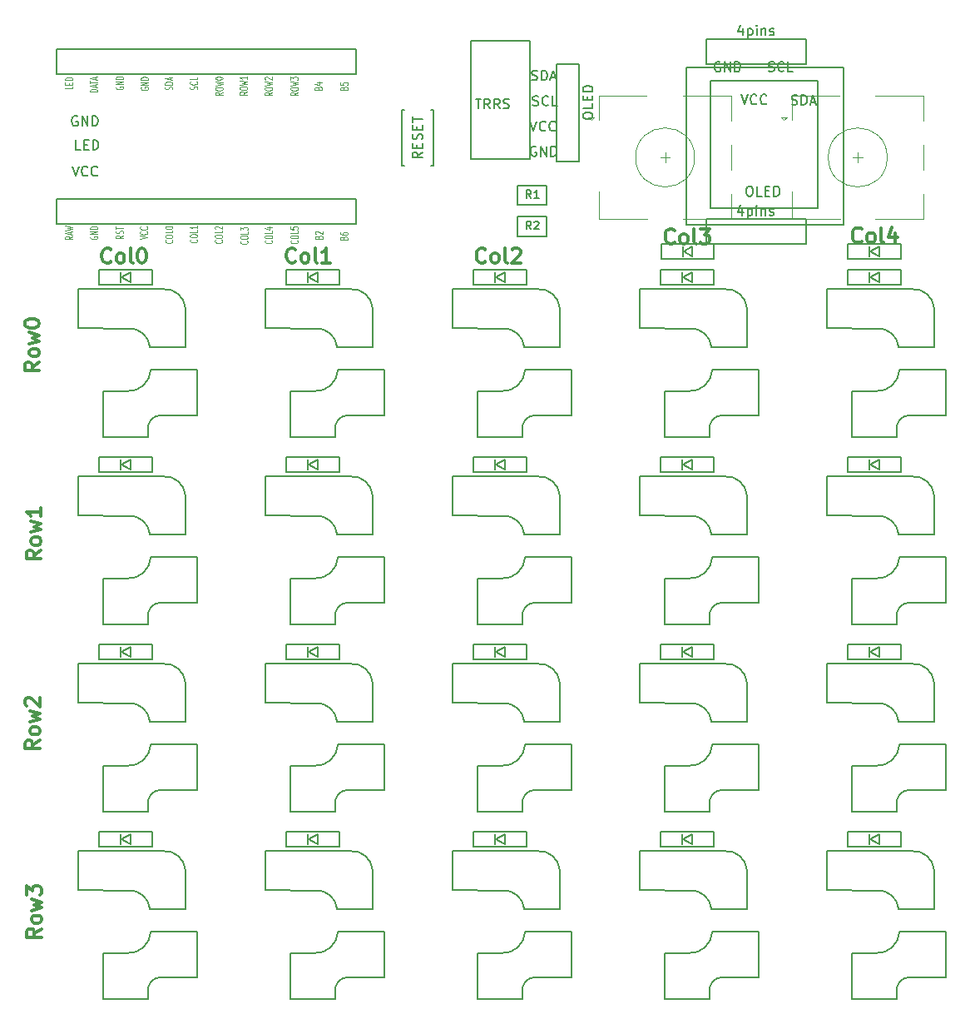
<source format=gto>
G04 #@! TF.GenerationSoftware,KiCad,Pcbnew,(5.1.6-0-10_14)*
G04 #@! TF.CreationDate,2023-01-09T16:28:48+09:00*
G04 #@! TF.ProjectId,cool644,636f6f6c-3634-4342-9e6b-696361645f70,rev?*
G04 #@! TF.SameCoordinates,Original*
G04 #@! TF.FileFunction,Legend,Top*
G04 #@! TF.FilePolarity,Positive*
%FSLAX46Y46*%
G04 Gerber Fmt 4.6, Leading zero omitted, Abs format (unit mm)*
G04 Created by KiCad (PCBNEW (5.1.6-0-10_14)) date 2023-01-09 16:28:48*
%MOMM*%
%LPD*%
G01*
G04 APERTURE LIST*
%ADD10C,0.150000*%
%ADD11C,0.300000*%
%ADD12C,0.120000*%
%ADD13C,0.125000*%
G04 APERTURE END LIST*
D10*
X41335714Y28095238D02*
X41478571Y28047619D01*
X41716666Y28047619D01*
X41811904Y28095238D01*
X41859523Y28142857D01*
X41907142Y28238095D01*
X41907142Y28333333D01*
X41859523Y28428571D01*
X41811904Y28476190D01*
X41716666Y28523809D01*
X41526190Y28571428D01*
X41430952Y28619047D01*
X41383333Y28666666D01*
X41335714Y28761904D01*
X41335714Y28857142D01*
X41383333Y28952380D01*
X41430952Y29000000D01*
X41526190Y29047619D01*
X41764285Y29047619D01*
X41907142Y29000000D01*
X42335714Y28047619D02*
X42335714Y29047619D01*
X42573809Y29047619D01*
X42716666Y29000000D01*
X42811904Y28904761D01*
X42859523Y28809523D01*
X42907142Y28619047D01*
X42907142Y28476190D01*
X42859523Y28285714D01*
X42811904Y28190476D01*
X42716666Y28095238D01*
X42573809Y28047619D01*
X42335714Y28047619D01*
X43288095Y28333333D02*
X43764285Y28333333D01*
X43192857Y28047619D02*
X43526190Y29047619D01*
X43859523Y28047619D01*
X41449523Y25505238D02*
X41592380Y25457619D01*
X41830476Y25457619D01*
X41925714Y25505238D01*
X41973333Y25552857D01*
X42020952Y25648095D01*
X42020952Y25743333D01*
X41973333Y25838571D01*
X41925714Y25886190D01*
X41830476Y25933809D01*
X41640000Y25981428D01*
X41544761Y26029047D01*
X41497142Y26076666D01*
X41449523Y26171904D01*
X41449523Y26267142D01*
X41497142Y26362380D01*
X41544761Y26410000D01*
X41640000Y26457619D01*
X41878095Y26457619D01*
X42020952Y26410000D01*
X43020952Y25552857D02*
X42973333Y25505238D01*
X42830476Y25457619D01*
X42735238Y25457619D01*
X42592380Y25505238D01*
X42497142Y25600476D01*
X42449523Y25695714D01*
X42401904Y25886190D01*
X42401904Y26029047D01*
X42449523Y26219523D01*
X42497142Y26314761D01*
X42592380Y26410000D01*
X42735238Y26457619D01*
X42830476Y26457619D01*
X42973333Y26410000D01*
X43020952Y26362380D01*
X43925714Y25457619D02*
X43449523Y25457619D01*
X43449523Y26457619D01*
X41186666Y23887619D02*
X41520000Y22887619D01*
X41853333Y23887619D01*
X42758095Y22982857D02*
X42710476Y22935238D01*
X42567619Y22887619D01*
X42472380Y22887619D01*
X42329523Y22935238D01*
X42234285Y23030476D01*
X42186666Y23125714D01*
X42139047Y23316190D01*
X42139047Y23459047D01*
X42186666Y23649523D01*
X42234285Y23744761D01*
X42329523Y23840000D01*
X42472380Y23887619D01*
X42567619Y23887619D01*
X42710476Y23840000D01*
X42758095Y23792380D01*
X43758095Y22982857D02*
X43710476Y22935238D01*
X43567619Y22887619D01*
X43472380Y22887619D01*
X43329523Y22935238D01*
X43234285Y23030476D01*
X43186666Y23125714D01*
X43139047Y23316190D01*
X43139047Y23459047D01*
X43186666Y23649523D01*
X43234285Y23744761D01*
X43329523Y23840000D01*
X43472380Y23887619D01*
X43567619Y23887619D01*
X43710476Y23840000D01*
X43758095Y23792380D01*
X41788095Y21280000D02*
X41692857Y21327619D01*
X41550000Y21327619D01*
X41407142Y21280000D01*
X41311904Y21184761D01*
X41264285Y21089523D01*
X41216666Y20899047D01*
X41216666Y20756190D01*
X41264285Y20565714D01*
X41311904Y20470476D01*
X41407142Y20375238D01*
X41550000Y20327619D01*
X41645238Y20327619D01*
X41788095Y20375238D01*
X41835714Y20422857D01*
X41835714Y20756190D01*
X41645238Y20756190D01*
X42264285Y20327619D02*
X42264285Y21327619D01*
X42835714Y20327619D01*
X42835714Y21327619D01*
X43311904Y20327619D02*
X43311904Y21327619D01*
X43550000Y21327619D01*
X43692857Y21280000D01*
X43788095Y21184761D01*
X43835714Y21089523D01*
X43883333Y20899047D01*
X43883333Y20756190D01*
X43835714Y20565714D01*
X43788095Y20470476D01*
X43692857Y20375238D01*
X43550000Y20327619D01*
X43311904Y20327619D01*
X67795714Y25585238D02*
X67938571Y25537619D01*
X68176666Y25537619D01*
X68271904Y25585238D01*
X68319523Y25632857D01*
X68367142Y25728095D01*
X68367142Y25823333D01*
X68319523Y25918571D01*
X68271904Y25966190D01*
X68176666Y26013809D01*
X67986190Y26061428D01*
X67890952Y26109047D01*
X67843333Y26156666D01*
X67795714Y26251904D01*
X67795714Y26347142D01*
X67843333Y26442380D01*
X67890952Y26490000D01*
X67986190Y26537619D01*
X68224285Y26537619D01*
X68367142Y26490000D01*
X68795714Y25537619D02*
X68795714Y26537619D01*
X69033809Y26537619D01*
X69176666Y26490000D01*
X69271904Y26394761D01*
X69319523Y26299523D01*
X69367142Y26109047D01*
X69367142Y25966190D01*
X69319523Y25775714D01*
X69271904Y25680476D01*
X69176666Y25585238D01*
X69033809Y25537619D01*
X68795714Y25537619D01*
X69748095Y25823333D02*
X70224285Y25823333D01*
X69652857Y25537619D02*
X69986190Y26537619D01*
X70319523Y25537619D01*
X65439523Y28985238D02*
X65582380Y28937619D01*
X65820476Y28937619D01*
X65915714Y28985238D01*
X65963333Y29032857D01*
X66010952Y29128095D01*
X66010952Y29223333D01*
X65963333Y29318571D01*
X65915714Y29366190D01*
X65820476Y29413809D01*
X65630000Y29461428D01*
X65534761Y29509047D01*
X65487142Y29556666D01*
X65439523Y29651904D01*
X65439523Y29747142D01*
X65487142Y29842380D01*
X65534761Y29890000D01*
X65630000Y29937619D01*
X65868095Y29937619D01*
X66010952Y29890000D01*
X67010952Y29032857D02*
X66963333Y28985238D01*
X66820476Y28937619D01*
X66725238Y28937619D01*
X66582380Y28985238D01*
X66487142Y29080476D01*
X66439523Y29175714D01*
X66391904Y29366190D01*
X66391904Y29509047D01*
X66439523Y29699523D01*
X66487142Y29794761D01*
X66582380Y29890000D01*
X66725238Y29937619D01*
X66820476Y29937619D01*
X66963333Y29890000D01*
X67010952Y29842380D01*
X67915714Y28937619D02*
X67439523Y28937619D01*
X67439523Y29937619D01*
X62656666Y26607619D02*
X62990000Y25607619D01*
X63323333Y26607619D01*
X64228095Y25702857D02*
X64180476Y25655238D01*
X64037619Y25607619D01*
X63942380Y25607619D01*
X63799523Y25655238D01*
X63704285Y25750476D01*
X63656666Y25845714D01*
X63609047Y26036190D01*
X63609047Y26179047D01*
X63656666Y26369523D01*
X63704285Y26464761D01*
X63799523Y26560000D01*
X63942380Y26607619D01*
X64037619Y26607619D01*
X64180476Y26560000D01*
X64228095Y26512380D01*
X65228095Y25702857D02*
X65180476Y25655238D01*
X65037619Y25607619D01*
X64942380Y25607619D01*
X64799523Y25655238D01*
X64704285Y25750476D01*
X64656666Y25845714D01*
X64609047Y26036190D01*
X64609047Y26179047D01*
X64656666Y26369523D01*
X64704285Y26464761D01*
X64799523Y26560000D01*
X64942380Y26607619D01*
X65037619Y26607619D01*
X65180476Y26560000D01*
X65228095Y26512380D01*
X60488095Y29870000D02*
X60392857Y29917619D01*
X60250000Y29917619D01*
X60107142Y29870000D01*
X60011904Y29774761D01*
X59964285Y29679523D01*
X59916666Y29489047D01*
X59916666Y29346190D01*
X59964285Y29155714D01*
X60011904Y29060476D01*
X60107142Y28965238D01*
X60250000Y28917619D01*
X60345238Y28917619D01*
X60488095Y28965238D01*
X60535714Y29012857D01*
X60535714Y29346190D01*
X60345238Y29346190D01*
X60964285Y28917619D02*
X60964285Y29917619D01*
X61535714Y28917619D01*
X61535714Y29917619D01*
X62011904Y28917619D02*
X62011904Y29917619D01*
X62250000Y29917619D01*
X62392857Y29870000D01*
X62488095Y29774761D01*
X62535714Y29679523D01*
X62583333Y29489047D01*
X62583333Y29346190D01*
X62535714Y29155714D01*
X62488095Y29060476D01*
X62392857Y28965238D01*
X62250000Y28917619D01*
X62011904Y28917619D01*
D11*
X-1481428Y9594285D02*
X-1552857Y9522857D01*
X-1767142Y9451428D01*
X-1910000Y9451428D01*
X-2124285Y9522857D01*
X-2267142Y9665714D01*
X-2338571Y9808571D01*
X-2410000Y10094285D01*
X-2410000Y10308571D01*
X-2338571Y10594285D01*
X-2267142Y10737142D01*
X-2124285Y10880000D01*
X-1910000Y10951428D01*
X-1767142Y10951428D01*
X-1552857Y10880000D01*
X-1481428Y10808571D01*
X-624285Y9451428D02*
X-767142Y9522857D01*
X-838571Y9594285D01*
X-909999Y9737142D01*
X-909999Y10165714D01*
X-838571Y10308571D01*
X-767142Y10380000D01*
X-624285Y10451428D01*
X-410000Y10451428D01*
X-267142Y10380000D01*
X-195714Y10308571D01*
X-124285Y10165714D01*
X-124285Y9737142D01*
X-195714Y9594285D01*
X-267142Y9522857D01*
X-410000Y9451428D01*
X-624285Y9451428D01*
X732857Y9451428D02*
X590000Y9522857D01*
X518571Y9665714D01*
X518571Y10951428D01*
X1590000Y10951428D02*
X1732857Y10951428D01*
X1875714Y10880000D01*
X1947142Y10808571D01*
X2018571Y10665714D01*
X2090000Y10380000D01*
X2090000Y10022857D01*
X2018571Y9737142D01*
X1947142Y9594285D01*
X1875714Y9522857D01*
X1732857Y9451428D01*
X1590000Y9451428D01*
X1447142Y9522857D01*
X1375714Y9594285D01*
X1304285Y9737142D01*
X1232857Y10022857D01*
X1232857Y10380000D01*
X1304285Y10665714D01*
X1375714Y10808571D01*
X1447142Y10880000D01*
X1590000Y10951428D01*
X55858571Y11574285D02*
X55787142Y11502857D01*
X55572857Y11431428D01*
X55430000Y11431428D01*
X55215714Y11502857D01*
X55072857Y11645714D01*
X55001428Y11788571D01*
X54930000Y12074285D01*
X54930000Y12288571D01*
X55001428Y12574285D01*
X55072857Y12717142D01*
X55215714Y12860000D01*
X55430000Y12931428D01*
X55572857Y12931428D01*
X55787142Y12860000D01*
X55858571Y12788571D01*
X56715714Y11431428D02*
X56572857Y11502857D01*
X56501428Y11574285D01*
X56430000Y11717142D01*
X56430000Y12145714D01*
X56501428Y12288571D01*
X56572857Y12360000D01*
X56715714Y12431428D01*
X56930000Y12431428D01*
X57072857Y12360000D01*
X57144285Y12288571D01*
X57215714Y12145714D01*
X57215714Y11717142D01*
X57144285Y11574285D01*
X57072857Y11502857D01*
X56930000Y11431428D01*
X56715714Y11431428D01*
X58072857Y11431428D02*
X57930000Y11502857D01*
X57858571Y11645714D01*
X57858571Y12931428D01*
X58501428Y12931428D02*
X59430000Y12931428D01*
X58930000Y12360000D01*
X59144285Y12360000D01*
X59287142Y12288571D01*
X59358571Y12217142D01*
X59430000Y12074285D01*
X59430000Y11717142D01*
X59358571Y11574285D01*
X59287142Y11502857D01*
X59144285Y11431428D01*
X58715714Y11431428D01*
X58572857Y11502857D01*
X58501428Y11574285D01*
X17298571Y9624285D02*
X17227142Y9552857D01*
X17012857Y9481428D01*
X16870000Y9481428D01*
X16655714Y9552857D01*
X16512857Y9695714D01*
X16441428Y9838571D01*
X16370000Y10124285D01*
X16370000Y10338571D01*
X16441428Y10624285D01*
X16512857Y10767142D01*
X16655714Y10910000D01*
X16870000Y10981428D01*
X17012857Y10981428D01*
X17227142Y10910000D01*
X17298571Y10838571D01*
X18155714Y9481428D02*
X18012857Y9552857D01*
X17941428Y9624285D01*
X17870000Y9767142D01*
X17870000Y10195714D01*
X17941428Y10338571D01*
X18012857Y10410000D01*
X18155714Y10481428D01*
X18370000Y10481428D01*
X18512857Y10410000D01*
X18584285Y10338571D01*
X18655714Y10195714D01*
X18655714Y9767142D01*
X18584285Y9624285D01*
X18512857Y9552857D01*
X18370000Y9481428D01*
X18155714Y9481428D01*
X19512857Y9481428D02*
X19370000Y9552857D01*
X19298571Y9695714D01*
X19298571Y10981428D01*
X20870000Y9481428D02*
X20012857Y9481428D01*
X20441428Y9481428D02*
X20441428Y10981428D01*
X20298571Y10767142D01*
X20155714Y10624285D01*
X20012857Y10552857D01*
X-8731428Y-39074285D02*
X-9445714Y-39574285D01*
X-8731428Y-39931428D02*
X-10231428Y-39931428D01*
X-10231428Y-39360000D01*
X-10160000Y-39217142D01*
X-10088571Y-39145714D01*
X-9945714Y-39074285D01*
X-9731428Y-39074285D01*
X-9588571Y-39145714D01*
X-9517142Y-39217142D01*
X-9445714Y-39360000D01*
X-9445714Y-39931428D01*
X-8731428Y-38217142D02*
X-8802857Y-38360000D01*
X-8874285Y-38431428D01*
X-9017142Y-38502857D01*
X-9445714Y-38502857D01*
X-9588571Y-38431428D01*
X-9660000Y-38360000D01*
X-9731428Y-38217142D01*
X-9731428Y-38002857D01*
X-9660000Y-37860000D01*
X-9588571Y-37788571D01*
X-9445714Y-37717142D01*
X-9017142Y-37717142D01*
X-8874285Y-37788571D01*
X-8802857Y-37860000D01*
X-8731428Y-38002857D01*
X-8731428Y-38217142D01*
X-9731428Y-37217142D02*
X-8731428Y-36931428D01*
X-9445714Y-36645714D01*
X-8731428Y-36360000D01*
X-9731428Y-36074285D01*
X-10088571Y-35574285D02*
X-10160000Y-35502857D01*
X-10231428Y-35360000D01*
X-10231428Y-35002857D01*
X-10160000Y-34860000D01*
X-10088571Y-34788571D01*
X-9945714Y-34717142D01*
X-9802857Y-34717142D01*
X-9588571Y-34788571D01*
X-8731428Y-35645714D01*
X-8731428Y-34717142D01*
X74908571Y11684285D02*
X74837142Y11612857D01*
X74622857Y11541428D01*
X74480000Y11541428D01*
X74265714Y11612857D01*
X74122857Y11755714D01*
X74051428Y11898571D01*
X73980000Y12184285D01*
X73980000Y12398571D01*
X74051428Y12684285D01*
X74122857Y12827142D01*
X74265714Y12970000D01*
X74480000Y13041428D01*
X74622857Y13041428D01*
X74837142Y12970000D01*
X74908571Y12898571D01*
X75765714Y11541428D02*
X75622857Y11612857D01*
X75551428Y11684285D01*
X75480000Y11827142D01*
X75480000Y12255714D01*
X75551428Y12398571D01*
X75622857Y12470000D01*
X75765714Y12541428D01*
X75980000Y12541428D01*
X76122857Y12470000D01*
X76194285Y12398571D01*
X76265714Y12255714D01*
X76265714Y11827142D01*
X76194285Y11684285D01*
X76122857Y11612857D01*
X75980000Y11541428D01*
X75765714Y11541428D01*
X77122857Y11541428D02*
X76980000Y11612857D01*
X76908571Y11755714D01*
X76908571Y13041428D01*
X78337142Y12541428D02*
X78337142Y11541428D01*
X77980000Y13112857D02*
X77622857Y12041428D01*
X78551428Y12041428D01*
X36628571Y9614285D02*
X36557142Y9542857D01*
X36342857Y9471428D01*
X36200000Y9471428D01*
X35985714Y9542857D01*
X35842857Y9685714D01*
X35771428Y9828571D01*
X35700000Y10114285D01*
X35700000Y10328571D01*
X35771428Y10614285D01*
X35842857Y10757142D01*
X35985714Y10900000D01*
X36200000Y10971428D01*
X36342857Y10971428D01*
X36557142Y10900000D01*
X36628571Y10828571D01*
X37485714Y9471428D02*
X37342857Y9542857D01*
X37271428Y9614285D01*
X37200000Y9757142D01*
X37200000Y10185714D01*
X37271428Y10328571D01*
X37342857Y10400000D01*
X37485714Y10471428D01*
X37700000Y10471428D01*
X37842857Y10400000D01*
X37914285Y10328571D01*
X37985714Y10185714D01*
X37985714Y9757142D01*
X37914285Y9614285D01*
X37842857Y9542857D01*
X37700000Y9471428D01*
X37485714Y9471428D01*
X38842857Y9471428D02*
X38700000Y9542857D01*
X38628571Y9685714D01*
X38628571Y10971428D01*
X39342857Y10828571D02*
X39414285Y10900000D01*
X39557142Y10971428D01*
X39914285Y10971428D01*
X40057142Y10900000D01*
X40128571Y10828571D01*
X40200000Y10685714D01*
X40200000Y10542857D01*
X40128571Y10328571D01*
X39271428Y9471428D01*
X40200000Y9471428D01*
X-8561428Y-58244285D02*
X-9275714Y-58744285D01*
X-8561428Y-59101428D02*
X-10061428Y-59101428D01*
X-10061428Y-58530000D01*
X-9990000Y-58387142D01*
X-9918571Y-58315714D01*
X-9775714Y-58244285D01*
X-9561428Y-58244285D01*
X-9418571Y-58315714D01*
X-9347142Y-58387142D01*
X-9275714Y-58530000D01*
X-9275714Y-59101428D01*
X-8561428Y-57387142D02*
X-8632857Y-57530000D01*
X-8704285Y-57601428D01*
X-8847142Y-57672857D01*
X-9275714Y-57672857D01*
X-9418571Y-57601428D01*
X-9490000Y-57530000D01*
X-9561428Y-57387142D01*
X-9561428Y-57172857D01*
X-9490000Y-57030000D01*
X-9418571Y-56958571D01*
X-9275714Y-56887142D01*
X-8847142Y-56887142D01*
X-8704285Y-56958571D01*
X-8632857Y-57030000D01*
X-8561428Y-57172857D01*
X-8561428Y-57387142D01*
X-9561428Y-56387142D02*
X-8561428Y-56101428D01*
X-9275714Y-55815714D01*
X-8561428Y-55530000D01*
X-9561428Y-55244285D01*
X-10061428Y-54815714D02*
X-10061428Y-53887142D01*
X-9490000Y-54387142D01*
X-9490000Y-54172857D01*
X-9418571Y-54030000D01*
X-9347142Y-53958571D01*
X-9204285Y-53887142D01*
X-8847142Y-53887142D01*
X-8704285Y-53958571D01*
X-8632857Y-54030000D01*
X-8561428Y-54172857D01*
X-8561428Y-54601428D01*
X-8632857Y-54744285D01*
X-8704285Y-54815714D01*
X-8771428Y-614285D02*
X-9485714Y-1114285D01*
X-8771428Y-1471428D02*
X-10271428Y-1471428D01*
X-10271428Y-900000D01*
X-10200000Y-757142D01*
X-10128571Y-685714D01*
X-9985714Y-614285D01*
X-9771428Y-614285D01*
X-9628571Y-685714D01*
X-9557142Y-757142D01*
X-9485714Y-900000D01*
X-9485714Y-1471428D01*
X-8771428Y242857D02*
X-8842857Y100000D01*
X-8914285Y28571D01*
X-9057142Y-42857D01*
X-9485714Y-42857D01*
X-9628571Y28571D01*
X-9700000Y100000D01*
X-9771428Y242857D01*
X-9771428Y457142D01*
X-9700000Y600000D01*
X-9628571Y671428D01*
X-9485714Y742857D01*
X-9057142Y742857D01*
X-8914285Y671428D01*
X-8842857Y600000D01*
X-8771428Y457142D01*
X-8771428Y242857D01*
X-9771428Y1242857D02*
X-8771428Y1528571D01*
X-9485714Y1814285D01*
X-8771428Y2100000D01*
X-9771428Y2385714D01*
X-10271428Y3242857D02*
X-10271428Y3385714D01*
X-10200000Y3528571D01*
X-10128571Y3599999D01*
X-9985714Y3671428D01*
X-9700000Y3742857D01*
X-9342857Y3742857D01*
X-9057142Y3671428D01*
X-8914285Y3599999D01*
X-8842857Y3528571D01*
X-8771428Y3385714D01*
X-8771428Y3242857D01*
X-8842857Y3099999D01*
X-8914285Y3028571D01*
X-9057142Y2957142D01*
X-9342857Y2885714D01*
X-9700000Y2885714D01*
X-9985714Y2957142D01*
X-10128571Y3028571D01*
X-10200000Y3099999D01*
X-10271428Y3242857D01*
X-8601428Y-19784285D02*
X-9315714Y-20284285D01*
X-8601428Y-20641428D02*
X-10101428Y-20641428D01*
X-10101428Y-20070000D01*
X-10030000Y-19927142D01*
X-9958571Y-19855714D01*
X-9815714Y-19784285D01*
X-9601428Y-19784285D01*
X-9458571Y-19855714D01*
X-9387142Y-19927142D01*
X-9315714Y-20070000D01*
X-9315714Y-20641428D01*
X-8601428Y-18927142D02*
X-8672857Y-19070000D01*
X-8744285Y-19141428D01*
X-8887142Y-19212857D01*
X-9315714Y-19212857D01*
X-9458571Y-19141428D01*
X-9530000Y-19070000D01*
X-9601428Y-18927142D01*
X-9601428Y-18712857D01*
X-9530000Y-18570000D01*
X-9458571Y-18498571D01*
X-9315714Y-18427142D01*
X-8887142Y-18427142D01*
X-8744285Y-18498571D01*
X-8672857Y-18570000D01*
X-8601428Y-18712857D01*
X-8601428Y-18927142D01*
X-9601428Y-17927142D02*
X-8601428Y-17641428D01*
X-9315714Y-17355714D01*
X-8601428Y-17070000D01*
X-9601428Y-16784285D01*
X-8601428Y-15427142D02*
X-8601428Y-16284285D01*
X-8601428Y-15855714D02*
X-10101428Y-15855714D01*
X-9887142Y-15998571D01*
X-9744285Y-16141428D01*
X-9672857Y-16284285D01*
D10*
X2280000Y-7500000D02*
X2280000Y-8200000D01*
X7275000Y-1400000D02*
X7300000Y-6000000D01*
X-2300000Y-3600000D02*
X-2300000Y-8200000D01*
X3500000Y-6025000D02*
X7275000Y-6025000D01*
X2575000Y-1375000D02*
X7275000Y-1375000D01*
X-2275000Y-3575000D02*
X275000Y-3575000D01*
X-2275000Y-8225000D02*
X2275000Y-8225000D01*
X-4800000Y2850000D02*
X250000Y2804000D01*
X-4800000Y2896000D02*
X-4800000Y6804000D01*
X-4800000Y6804000D02*
X3825000Y6804000D01*
X6100000Y4850000D02*
X6100000Y905000D01*
X6100000Y896000D02*
X2490000Y896000D01*
X6089000Y4920000D02*
G75*
G03*
X3825000Y6804000I-2074000J-190000D01*
G01*
X2485000Y920000D02*
G75*
G03*
X225000Y2800000I-2070000J-190000D01*
G01*
X2570000Y-1400000D02*
G75*
G02*
X200000Y-3570000I-2270000J100000D01*
G01*
X2280000Y-7450000D02*
G75*
G02*
X3500000Y-6030000I1320000J100000D01*
G01*
X40380000Y-7500000D02*
X40380000Y-8200000D01*
X45375000Y-1400000D02*
X45400000Y-6000000D01*
X35800000Y-3600000D02*
X35800000Y-8200000D01*
X41600000Y-6025000D02*
X45375000Y-6025000D01*
X40675000Y-1375000D02*
X45375000Y-1375000D01*
X35825000Y-3575000D02*
X38375000Y-3575000D01*
X35825000Y-8225000D02*
X40375000Y-8225000D01*
X33300000Y2850000D02*
X38350000Y2804000D01*
X33300000Y2896000D02*
X33300000Y6804000D01*
X33300000Y6804000D02*
X41925000Y6804000D01*
X44200000Y4850000D02*
X44200000Y905000D01*
X44200000Y896000D02*
X40590000Y896000D01*
X44189000Y4920000D02*
G75*
G03*
X41925000Y6804000I-2074000J-190000D01*
G01*
X40585000Y920000D02*
G75*
G03*
X38325000Y2800000I-2070000J-190000D01*
G01*
X40670000Y-1400000D02*
G75*
G02*
X38300000Y-3570000I-2270000J100000D01*
G01*
X40380000Y-7450000D02*
G75*
G02*
X41600000Y-6030000I1320000J100000D01*
G01*
X40800000Y7250000D02*
X40800000Y8750000D01*
X35400000Y7250000D02*
X40800000Y7250000D01*
X35400000Y8750000D02*
X35400000Y7250000D01*
X40800000Y8750000D02*
X35400000Y8750000D01*
X37600000Y8500000D02*
X37600000Y7500000D01*
X38600000Y7500000D02*
X37700000Y8000000D01*
X38600000Y8500000D02*
X38600000Y7500000D01*
X37700000Y8000000D02*
X38600000Y8500000D01*
X59850000Y7250000D02*
X59850000Y8750000D01*
X54450000Y7250000D02*
X59850000Y7250000D01*
X54450000Y8750000D02*
X54450000Y7250000D01*
X59850000Y8750000D02*
X54450000Y8750000D01*
X56650000Y8500000D02*
X56650000Y7500000D01*
X57650000Y7500000D02*
X56750000Y8000000D01*
X57650000Y8500000D02*
X57650000Y7500000D01*
X56750000Y8000000D02*
X57650000Y8500000D01*
X78900000Y7250000D02*
X78900000Y8750000D01*
X73500000Y7250000D02*
X78900000Y7250000D01*
X73500000Y8750000D02*
X73500000Y7250000D01*
X78900000Y8750000D02*
X73500000Y8750000D01*
X75700000Y8500000D02*
X75700000Y7500000D01*
X76700000Y7500000D02*
X75800000Y8000000D01*
X76700000Y8500000D02*
X76700000Y7500000D01*
X75800000Y8000000D02*
X76700000Y8500000D01*
X21750000Y7250000D02*
X21750000Y8750000D01*
X16350000Y7250000D02*
X21750000Y7250000D01*
X16350000Y8750000D02*
X16350000Y7250000D01*
X21750000Y8750000D02*
X16350000Y8750000D01*
X18550000Y8500000D02*
X18550000Y7500000D01*
X19550000Y7500000D02*
X18650000Y8000000D01*
X19550000Y8500000D02*
X19550000Y7500000D01*
X18650000Y8000000D02*
X19550000Y8500000D01*
X82300000Y896000D02*
X78690000Y896000D01*
X82300000Y4850000D02*
X82300000Y905000D01*
X71400000Y6804000D02*
X80025000Y6804000D01*
X71400000Y2896000D02*
X71400000Y6804000D01*
X71400000Y2850000D02*
X76450000Y2804000D01*
X73925000Y-8225000D02*
X78475000Y-8225000D01*
X73925000Y-3575000D02*
X76475000Y-3575000D01*
X78775000Y-1375000D02*
X83475000Y-1375000D01*
X79700000Y-6025000D02*
X83475000Y-6025000D01*
X73900000Y-3600000D02*
X73900000Y-8200000D01*
X83475000Y-1400000D02*
X83500000Y-6000000D01*
X78480000Y-7500000D02*
X78480000Y-8200000D01*
X78480000Y-7450000D02*
G75*
G02*
X79700000Y-6030000I1320000J100000D01*
G01*
X78770000Y-1400000D02*
G75*
G02*
X76400000Y-3570000I-2270000J100000D01*
G01*
X78685000Y920000D02*
G75*
G03*
X76425000Y2800000I-2070000J-190000D01*
G01*
X82289000Y4920000D02*
G75*
G03*
X80025000Y6804000I-2074000J-190000D01*
G01*
X35130000Y20070000D02*
X35130000Y32070000D01*
X41130000Y20070000D02*
X35130000Y20070000D01*
X41130000Y32070000D02*
X41130000Y20070000D01*
X35130000Y32070000D02*
X41130000Y32070000D01*
X28150000Y25050000D02*
X28400000Y25050000D01*
X28150000Y19350000D02*
X28150000Y25050000D01*
X28150000Y19350000D02*
X28400000Y19350000D01*
X31350000Y19350000D02*
X31100000Y19350000D01*
X31350000Y25050000D02*
X31100000Y25050000D01*
X31350000Y19350000D02*
X31350000Y25050000D01*
X43830000Y29660000D02*
X46130000Y29660000D01*
X46130000Y19760000D02*
X43830000Y19760000D01*
X46130000Y29660000D02*
X46130000Y19760000D01*
X43830000Y29660000D02*
X43830000Y19760000D01*
X21330000Y-7500000D02*
X21330000Y-8200000D01*
X26325000Y-1400000D02*
X26350000Y-6000000D01*
X16750000Y-3600000D02*
X16750000Y-8200000D01*
X22550000Y-6025000D02*
X26325000Y-6025000D01*
X21625000Y-1375000D02*
X26325000Y-1375000D01*
X16775000Y-3575000D02*
X19325000Y-3575000D01*
X16775000Y-8225000D02*
X21325000Y-8225000D01*
X14250000Y2850000D02*
X19300000Y2804000D01*
X14250000Y2896000D02*
X14250000Y6804000D01*
X14250000Y6804000D02*
X22875000Y6804000D01*
X25150000Y4850000D02*
X25150000Y905000D01*
X25150000Y896000D02*
X21540000Y896000D01*
X25139000Y4920000D02*
G75*
G03*
X22875000Y6804000I-2074000J-190000D01*
G01*
X21535000Y920000D02*
G75*
G03*
X19275000Y2800000I-2070000J-190000D01*
G01*
X21620000Y-1400000D02*
G75*
G02*
X19250000Y-3570000I-2270000J100000D01*
G01*
X21330000Y-7450000D02*
G75*
G02*
X22550000Y-6030000I1320000J100000D01*
G01*
X2700000Y-11800000D02*
X2700000Y-10300000D01*
X-2700000Y-11800000D02*
X2700000Y-11800000D01*
X-2700000Y-10300000D02*
X-2700000Y-11800000D01*
X2700000Y-10300000D02*
X-2700000Y-10300000D01*
X-500000Y-10550000D02*
X-500000Y-11550000D01*
X500000Y-11550000D02*
X-400000Y-11050000D01*
X500000Y-10550000D02*
X500000Y-11550000D01*
X-400000Y-11050000D02*
X500000Y-10550000D01*
X59850000Y-11800000D02*
X59850000Y-10300000D01*
X54450000Y-11800000D02*
X59850000Y-11800000D01*
X54450000Y-10300000D02*
X54450000Y-11800000D01*
X59850000Y-10300000D02*
X54450000Y-10300000D01*
X56650000Y-10550000D02*
X56650000Y-11550000D01*
X57650000Y-11550000D02*
X56750000Y-11050000D01*
X57650000Y-10550000D02*
X57650000Y-11550000D01*
X56750000Y-11050000D02*
X57650000Y-10550000D01*
X21750000Y-49900000D02*
X21750000Y-48400000D01*
X16350000Y-49900000D02*
X21750000Y-49900000D01*
X16350000Y-48400000D02*
X16350000Y-49900000D01*
X21750000Y-48400000D02*
X16350000Y-48400000D01*
X18550000Y-48650000D02*
X18550000Y-49650000D01*
X19550000Y-49650000D02*
X18650000Y-49150000D01*
X19550000Y-48650000D02*
X19550000Y-49650000D01*
X18650000Y-49150000D02*
X19550000Y-48650000D01*
X40800000Y-11800000D02*
X40800000Y-10300000D01*
X35400000Y-11800000D02*
X40800000Y-11800000D01*
X35400000Y-10300000D02*
X35400000Y-11800000D01*
X40800000Y-10300000D02*
X35400000Y-10300000D01*
X37600000Y-10550000D02*
X37600000Y-11550000D01*
X38600000Y-11550000D02*
X37700000Y-11050000D01*
X38600000Y-10550000D02*
X38600000Y-11550000D01*
X37700000Y-11050000D02*
X38600000Y-10550000D01*
X21750000Y-11800000D02*
X21750000Y-10300000D01*
X16350000Y-11800000D02*
X21750000Y-11800000D01*
X16350000Y-10300000D02*
X16350000Y-11800000D01*
X21750000Y-10300000D02*
X16350000Y-10300000D01*
X18550000Y-10550000D02*
X18550000Y-11550000D01*
X19550000Y-11550000D02*
X18650000Y-11050000D01*
X19550000Y-10550000D02*
X19550000Y-11550000D01*
X18650000Y-11050000D02*
X19550000Y-10550000D01*
X40800000Y-49900000D02*
X40800000Y-48400000D01*
X35400000Y-49900000D02*
X40800000Y-49900000D01*
X35400000Y-48400000D02*
X35400000Y-49900000D01*
X40800000Y-48400000D02*
X35400000Y-48400000D01*
X37600000Y-48650000D02*
X37600000Y-49650000D01*
X38600000Y-49650000D02*
X37700000Y-49150000D01*
X38600000Y-48650000D02*
X38600000Y-49650000D01*
X37700000Y-49150000D02*
X38600000Y-48650000D01*
X59850000Y-49900000D02*
X59850000Y-48400000D01*
X54450000Y-49900000D02*
X59850000Y-49900000D01*
X54450000Y-48400000D02*
X54450000Y-49900000D01*
X59850000Y-48400000D02*
X54450000Y-48400000D01*
X56650000Y-48650000D02*
X56650000Y-49650000D01*
X57650000Y-49650000D02*
X56750000Y-49150000D01*
X57650000Y-48650000D02*
X57650000Y-49650000D01*
X56750000Y-49150000D02*
X57650000Y-48650000D01*
X-6998000Y13426400D02*
X-6998000Y15966400D01*
X-6998000Y15966400D02*
X23482000Y15966400D01*
X23482000Y15966400D02*
X23482000Y13426400D01*
X23482000Y13426400D02*
X-6998000Y13426400D01*
X-6998000Y28646400D02*
X-6998000Y31186400D01*
X-6998000Y31186400D02*
X23482000Y31186400D01*
X23482000Y31186400D02*
X23482000Y28646400D01*
X23482000Y28646400D02*
X-6998000Y28646400D01*
X75780000Y10640000D02*
X76680000Y11140000D01*
X76680000Y11140000D02*
X76680000Y10140000D01*
X76680000Y10140000D02*
X75780000Y10640000D01*
X75680000Y11140000D02*
X75680000Y10140000D01*
X78880000Y11390000D02*
X73480000Y11390000D01*
X73480000Y11390000D02*
X73480000Y9890000D01*
X73480000Y9890000D02*
X78880000Y9890000D01*
X78880000Y9890000D02*
X78880000Y11390000D01*
X78480000Y-45600000D02*
X78480000Y-46300000D01*
X83475000Y-39500000D02*
X83500000Y-44100000D01*
X73900000Y-41700000D02*
X73900000Y-46300000D01*
X79700000Y-44125000D02*
X83475000Y-44125000D01*
X78775000Y-39475000D02*
X83475000Y-39475000D01*
X73925000Y-41675000D02*
X76475000Y-41675000D01*
X73925000Y-46325000D02*
X78475000Y-46325000D01*
X71400000Y-35250000D02*
X76450000Y-35296000D01*
X71400000Y-35204000D02*
X71400000Y-31296000D01*
X71400000Y-31296000D02*
X80025000Y-31296000D01*
X82300000Y-33250000D02*
X82300000Y-37195000D01*
X82300000Y-37204000D02*
X78690000Y-37204000D01*
X82289000Y-33180000D02*
G75*
G03*
X80025000Y-31296000I-2074000J-190000D01*
G01*
X78685000Y-37180000D02*
G75*
G03*
X76425000Y-35300000I-2070000J-190000D01*
G01*
X78770000Y-39500000D02*
G75*
G02*
X76400000Y-41670000I-2270000J100000D01*
G01*
X78480000Y-45550000D02*
G75*
G02*
X79700000Y-44130000I1320000J100000D01*
G01*
X59850000Y-30850000D02*
X59850000Y-29350000D01*
X54450000Y-30850000D02*
X59850000Y-30850000D01*
X54450000Y-29350000D02*
X54450000Y-30850000D01*
X59850000Y-29350000D02*
X54450000Y-29350000D01*
X56650000Y-29600000D02*
X56650000Y-30600000D01*
X57650000Y-30600000D02*
X56750000Y-30100000D01*
X57650000Y-29600000D02*
X57650000Y-30600000D01*
X56750000Y-30100000D02*
X57650000Y-29600000D01*
X2280000Y-26550000D02*
X2280000Y-27250000D01*
X7275000Y-20450000D02*
X7300000Y-25050000D01*
X-2300000Y-22650000D02*
X-2300000Y-27250000D01*
X3500000Y-25075000D02*
X7275000Y-25075000D01*
X2575000Y-20425000D02*
X7275000Y-20425000D01*
X-2275000Y-22625000D02*
X275000Y-22625000D01*
X-2275000Y-27275000D02*
X2275000Y-27275000D01*
X-4800000Y-16200000D02*
X250000Y-16246000D01*
X-4800000Y-16154000D02*
X-4800000Y-12246000D01*
X-4800000Y-12246000D02*
X3825000Y-12246000D01*
X6100000Y-14200000D02*
X6100000Y-18145000D01*
X6100000Y-18154000D02*
X2490000Y-18154000D01*
X6089000Y-14130000D02*
G75*
G03*
X3825000Y-12246000I-2074000J-190000D01*
G01*
X2485000Y-18130000D02*
G75*
G03*
X225000Y-16250000I-2070000J-190000D01*
G01*
X2570000Y-20450000D02*
G75*
G02*
X200000Y-22620000I-2270000J100000D01*
G01*
X2280000Y-26500000D02*
G75*
G02*
X3500000Y-25080000I1320000J100000D01*
G01*
X25150000Y-56254000D02*
X21540000Y-56254000D01*
X25150000Y-52300000D02*
X25150000Y-56245000D01*
X14250000Y-50346000D02*
X22875000Y-50346000D01*
X14250000Y-54254000D02*
X14250000Y-50346000D01*
X14250000Y-54300000D02*
X19300000Y-54346000D01*
X16775000Y-65375000D02*
X21325000Y-65375000D01*
X16775000Y-60725000D02*
X19325000Y-60725000D01*
X21625000Y-58525000D02*
X26325000Y-58525000D01*
X22550000Y-63175000D02*
X26325000Y-63175000D01*
X16750000Y-60750000D02*
X16750000Y-65350000D01*
X26325000Y-58550000D02*
X26350000Y-63150000D01*
X21330000Y-64650000D02*
X21330000Y-65350000D01*
X21330000Y-64600000D02*
G75*
G02*
X22550000Y-63180000I1320000J100000D01*
G01*
X21620000Y-58550000D02*
G75*
G02*
X19250000Y-60720000I-2270000J100000D01*
G01*
X21535000Y-56230000D02*
G75*
G03*
X19275000Y-54350000I-2070000J-190000D01*
G01*
X25139000Y-52230000D02*
G75*
G03*
X22875000Y-50346000I-2074000J-190000D01*
G01*
X40380000Y-64650000D02*
X40380000Y-65350000D01*
X45375000Y-58550000D02*
X45400000Y-63150000D01*
X35800000Y-60750000D02*
X35800000Y-65350000D01*
X41600000Y-63175000D02*
X45375000Y-63175000D01*
X40675000Y-58525000D02*
X45375000Y-58525000D01*
X35825000Y-60725000D02*
X38375000Y-60725000D01*
X35825000Y-65375000D02*
X40375000Y-65375000D01*
X33300000Y-54300000D02*
X38350000Y-54346000D01*
X33300000Y-54254000D02*
X33300000Y-50346000D01*
X33300000Y-50346000D02*
X41925000Y-50346000D01*
X44200000Y-52300000D02*
X44200000Y-56245000D01*
X44200000Y-56254000D02*
X40590000Y-56254000D01*
X44189000Y-52230000D02*
G75*
G03*
X41925000Y-50346000I-2074000J-190000D01*
G01*
X40585000Y-56230000D02*
G75*
G03*
X38325000Y-54350000I-2070000J-190000D01*
G01*
X40670000Y-58550000D02*
G75*
G02*
X38300000Y-60720000I-2270000J100000D01*
G01*
X40380000Y-64600000D02*
G75*
G02*
X41600000Y-63180000I1320000J100000D01*
G01*
X63250000Y-56254000D02*
X59640000Y-56254000D01*
X63250000Y-52300000D02*
X63250000Y-56245000D01*
X52350000Y-50346000D02*
X60975000Y-50346000D01*
X52350000Y-54254000D02*
X52350000Y-50346000D01*
X52350000Y-54300000D02*
X57400000Y-54346000D01*
X54875000Y-65375000D02*
X59425000Y-65375000D01*
X54875000Y-60725000D02*
X57425000Y-60725000D01*
X59725000Y-58525000D02*
X64425000Y-58525000D01*
X60650000Y-63175000D02*
X64425000Y-63175000D01*
X54850000Y-60750000D02*
X54850000Y-65350000D01*
X64425000Y-58550000D02*
X64450000Y-63150000D01*
X59430000Y-64650000D02*
X59430000Y-65350000D01*
X59430000Y-64600000D02*
G75*
G02*
X60650000Y-63180000I1320000J100000D01*
G01*
X59720000Y-58550000D02*
G75*
G02*
X57350000Y-60720000I-2270000J100000D01*
G01*
X59635000Y-56230000D02*
G75*
G03*
X57375000Y-54350000I-2070000J-190000D01*
G01*
X63239000Y-52230000D02*
G75*
G03*
X60975000Y-50346000I-2074000J-190000D01*
G01*
X78480000Y-64650000D02*
X78480000Y-65350000D01*
X83475000Y-58550000D02*
X83500000Y-63150000D01*
X73900000Y-60750000D02*
X73900000Y-65350000D01*
X79700000Y-63175000D02*
X83475000Y-63175000D01*
X78775000Y-58525000D02*
X83475000Y-58525000D01*
X73925000Y-60725000D02*
X76475000Y-60725000D01*
X73925000Y-65375000D02*
X78475000Y-65375000D01*
X71400000Y-54300000D02*
X76450000Y-54346000D01*
X71400000Y-54254000D02*
X71400000Y-50346000D01*
X71400000Y-50346000D02*
X80025000Y-50346000D01*
X82300000Y-52300000D02*
X82300000Y-56245000D01*
X82300000Y-56254000D02*
X78690000Y-56254000D01*
X82289000Y-52230000D02*
G75*
G03*
X80025000Y-50346000I-2074000J-190000D01*
G01*
X78685000Y-56230000D02*
G75*
G03*
X76425000Y-54350000I-2070000J-190000D01*
G01*
X78770000Y-58550000D02*
G75*
G02*
X76400000Y-60720000I-2270000J100000D01*
G01*
X78480000Y-64600000D02*
G75*
G02*
X79700000Y-63180000I1320000J100000D01*
G01*
X6100000Y-56254000D02*
X2490000Y-56254000D01*
X6100000Y-52300000D02*
X6100000Y-56245000D01*
X-4800000Y-50346000D02*
X3825000Y-50346000D01*
X-4800000Y-54254000D02*
X-4800000Y-50346000D01*
X-4800000Y-54300000D02*
X250000Y-54346000D01*
X-2275000Y-65375000D02*
X2275000Y-65375000D01*
X-2275000Y-60725000D02*
X275000Y-60725000D01*
X2575000Y-58525000D02*
X7275000Y-58525000D01*
X3500000Y-63175000D02*
X7275000Y-63175000D01*
X-2300000Y-60750000D02*
X-2300000Y-65350000D01*
X7275000Y-58550000D02*
X7300000Y-63150000D01*
X2280000Y-64650000D02*
X2280000Y-65350000D01*
X2280000Y-64600000D02*
G75*
G02*
X3500000Y-63180000I1320000J100000D01*
G01*
X2570000Y-58550000D02*
G75*
G02*
X200000Y-60720000I-2270000J100000D01*
G01*
X2485000Y-56230000D02*
G75*
G03*
X225000Y-54350000I-2070000J-190000D01*
G01*
X6089000Y-52230000D02*
G75*
G03*
X3825000Y-50346000I-2074000J-190000D01*
G01*
X21330000Y-26550000D02*
X21330000Y-27250000D01*
X26325000Y-20450000D02*
X26350000Y-25050000D01*
X16750000Y-22650000D02*
X16750000Y-27250000D01*
X22550000Y-25075000D02*
X26325000Y-25075000D01*
X21625000Y-20425000D02*
X26325000Y-20425000D01*
X16775000Y-22625000D02*
X19325000Y-22625000D01*
X16775000Y-27275000D02*
X21325000Y-27275000D01*
X14250000Y-16200000D02*
X19300000Y-16246000D01*
X14250000Y-16154000D02*
X14250000Y-12246000D01*
X14250000Y-12246000D02*
X22875000Y-12246000D01*
X25150000Y-14200000D02*
X25150000Y-18145000D01*
X25150000Y-18154000D02*
X21540000Y-18154000D01*
X25139000Y-14130000D02*
G75*
G03*
X22875000Y-12246000I-2074000J-190000D01*
G01*
X21535000Y-18130000D02*
G75*
G03*
X19275000Y-16250000I-2070000J-190000D01*
G01*
X21620000Y-20450000D02*
G75*
G02*
X19250000Y-22620000I-2270000J100000D01*
G01*
X21330000Y-26500000D02*
G75*
G02*
X22550000Y-25080000I1320000J100000D01*
G01*
X44200000Y-18154000D02*
X40590000Y-18154000D01*
X44200000Y-14200000D02*
X44200000Y-18145000D01*
X33300000Y-12246000D02*
X41925000Y-12246000D01*
X33300000Y-16154000D02*
X33300000Y-12246000D01*
X33300000Y-16200000D02*
X38350000Y-16246000D01*
X35825000Y-27275000D02*
X40375000Y-27275000D01*
X35825000Y-22625000D02*
X38375000Y-22625000D01*
X40675000Y-20425000D02*
X45375000Y-20425000D01*
X41600000Y-25075000D02*
X45375000Y-25075000D01*
X35800000Y-22650000D02*
X35800000Y-27250000D01*
X45375000Y-20450000D02*
X45400000Y-25050000D01*
X40380000Y-26550000D02*
X40380000Y-27250000D01*
X40380000Y-26500000D02*
G75*
G02*
X41600000Y-25080000I1320000J100000D01*
G01*
X40670000Y-20450000D02*
G75*
G02*
X38300000Y-22620000I-2270000J100000D01*
G01*
X40585000Y-18130000D02*
G75*
G03*
X38325000Y-16250000I-2070000J-190000D01*
G01*
X44189000Y-14130000D02*
G75*
G03*
X41925000Y-12246000I-2074000J-190000D01*
G01*
X63250000Y-18154000D02*
X59640000Y-18154000D01*
X63250000Y-14200000D02*
X63250000Y-18145000D01*
X52350000Y-12246000D02*
X60975000Y-12246000D01*
X52350000Y-16154000D02*
X52350000Y-12246000D01*
X52350000Y-16200000D02*
X57400000Y-16246000D01*
X54875000Y-27275000D02*
X59425000Y-27275000D01*
X54875000Y-22625000D02*
X57425000Y-22625000D01*
X59725000Y-20425000D02*
X64425000Y-20425000D01*
X60650000Y-25075000D02*
X64425000Y-25075000D01*
X54850000Y-22650000D02*
X54850000Y-27250000D01*
X64425000Y-20450000D02*
X64450000Y-25050000D01*
X59430000Y-26550000D02*
X59430000Y-27250000D01*
X59430000Y-26500000D02*
G75*
G02*
X60650000Y-25080000I1320000J100000D01*
G01*
X59720000Y-20450000D02*
G75*
G02*
X57350000Y-22620000I-2270000J100000D01*
G01*
X59635000Y-18130000D02*
G75*
G03*
X57375000Y-16250000I-2070000J-190000D01*
G01*
X63239000Y-14130000D02*
G75*
G03*
X60975000Y-12246000I-2074000J-190000D01*
G01*
X82300000Y-18154000D02*
X78690000Y-18154000D01*
X82300000Y-14200000D02*
X82300000Y-18145000D01*
X71400000Y-12246000D02*
X80025000Y-12246000D01*
X71400000Y-16154000D02*
X71400000Y-12246000D01*
X71400000Y-16200000D02*
X76450000Y-16246000D01*
X73925000Y-27275000D02*
X78475000Y-27275000D01*
X73925000Y-22625000D02*
X76475000Y-22625000D01*
X78775000Y-20425000D02*
X83475000Y-20425000D01*
X79700000Y-25075000D02*
X83475000Y-25075000D01*
X73900000Y-22650000D02*
X73900000Y-27250000D01*
X83475000Y-20450000D02*
X83500000Y-25050000D01*
X78480000Y-26550000D02*
X78480000Y-27250000D01*
X78480000Y-26500000D02*
G75*
G02*
X79700000Y-25080000I1320000J100000D01*
G01*
X78770000Y-20450000D02*
G75*
G02*
X76400000Y-22620000I-2270000J100000D01*
G01*
X78685000Y-18130000D02*
G75*
G03*
X76425000Y-16250000I-2070000J-190000D01*
G01*
X82289000Y-14130000D02*
G75*
G03*
X80025000Y-12246000I-2074000J-190000D01*
G01*
X2280000Y-45600000D02*
X2280000Y-46300000D01*
X7275000Y-39500000D02*
X7300000Y-44100000D01*
X-2300000Y-41700000D02*
X-2300000Y-46300000D01*
X3500000Y-44125000D02*
X7275000Y-44125000D01*
X2575000Y-39475000D02*
X7275000Y-39475000D01*
X-2275000Y-41675000D02*
X275000Y-41675000D01*
X-2275000Y-46325000D02*
X2275000Y-46325000D01*
X-4800000Y-35250000D02*
X250000Y-35296000D01*
X-4800000Y-35204000D02*
X-4800000Y-31296000D01*
X-4800000Y-31296000D02*
X3825000Y-31296000D01*
X6100000Y-33250000D02*
X6100000Y-37195000D01*
X6100000Y-37204000D02*
X2490000Y-37204000D01*
X6089000Y-33180000D02*
G75*
G03*
X3825000Y-31296000I-2074000J-190000D01*
G01*
X2485000Y-37180000D02*
G75*
G03*
X225000Y-35300000I-2070000J-190000D01*
G01*
X2570000Y-39500000D02*
G75*
G02*
X200000Y-41670000I-2270000J100000D01*
G01*
X2280000Y-45550000D02*
G75*
G02*
X3500000Y-44130000I1320000J100000D01*
G01*
X25150000Y-37204000D02*
X21540000Y-37204000D01*
X25150000Y-33250000D02*
X25150000Y-37195000D01*
X14250000Y-31296000D02*
X22875000Y-31296000D01*
X14250000Y-35204000D02*
X14250000Y-31296000D01*
X14250000Y-35250000D02*
X19300000Y-35296000D01*
X16775000Y-46325000D02*
X21325000Y-46325000D01*
X16775000Y-41675000D02*
X19325000Y-41675000D01*
X21625000Y-39475000D02*
X26325000Y-39475000D01*
X22550000Y-44125000D02*
X26325000Y-44125000D01*
X16750000Y-41700000D02*
X16750000Y-46300000D01*
X26325000Y-39500000D02*
X26350000Y-44100000D01*
X21330000Y-45600000D02*
X21330000Y-46300000D01*
X21330000Y-45550000D02*
G75*
G02*
X22550000Y-44130000I1320000J100000D01*
G01*
X21620000Y-39500000D02*
G75*
G02*
X19250000Y-41670000I-2270000J100000D01*
G01*
X21535000Y-37180000D02*
G75*
G03*
X19275000Y-35300000I-2070000J-190000D01*
G01*
X25139000Y-33180000D02*
G75*
G03*
X22875000Y-31296000I-2074000J-190000D01*
G01*
X40380000Y-45600000D02*
X40380000Y-46300000D01*
X45375000Y-39500000D02*
X45400000Y-44100000D01*
X35800000Y-41700000D02*
X35800000Y-46300000D01*
X41600000Y-44125000D02*
X45375000Y-44125000D01*
X40675000Y-39475000D02*
X45375000Y-39475000D01*
X35825000Y-41675000D02*
X38375000Y-41675000D01*
X35825000Y-46325000D02*
X40375000Y-46325000D01*
X33300000Y-35250000D02*
X38350000Y-35296000D01*
X33300000Y-35204000D02*
X33300000Y-31296000D01*
X33300000Y-31296000D02*
X41925000Y-31296000D01*
X44200000Y-33250000D02*
X44200000Y-37195000D01*
X44200000Y-37204000D02*
X40590000Y-37204000D01*
X44189000Y-33180000D02*
G75*
G03*
X41925000Y-31296000I-2074000J-190000D01*
G01*
X40585000Y-37180000D02*
G75*
G03*
X38325000Y-35300000I-2070000J-190000D01*
G01*
X40670000Y-39500000D02*
G75*
G02*
X38300000Y-41670000I-2270000J100000D01*
G01*
X40380000Y-45550000D02*
G75*
G02*
X41600000Y-44130000I1320000J100000D01*
G01*
X63250000Y-37204000D02*
X59640000Y-37204000D01*
X63250000Y-33250000D02*
X63250000Y-37195000D01*
X52350000Y-31296000D02*
X60975000Y-31296000D01*
X52350000Y-35204000D02*
X52350000Y-31296000D01*
X52350000Y-35250000D02*
X57400000Y-35296000D01*
X54875000Y-46325000D02*
X59425000Y-46325000D01*
X54875000Y-41675000D02*
X57425000Y-41675000D01*
X59725000Y-39475000D02*
X64425000Y-39475000D01*
X60650000Y-44125000D02*
X64425000Y-44125000D01*
X54850000Y-41700000D02*
X54850000Y-46300000D01*
X64425000Y-39500000D02*
X64450000Y-44100000D01*
X59430000Y-45600000D02*
X59430000Y-46300000D01*
X59430000Y-45550000D02*
G75*
G02*
X60650000Y-44130000I1320000J100000D01*
G01*
X59720000Y-39500000D02*
G75*
G02*
X57350000Y-41670000I-2270000J100000D01*
G01*
X59635000Y-37180000D02*
G75*
G03*
X57375000Y-35300000I-2070000J-190000D01*
G01*
X63239000Y-33180000D02*
G75*
G03*
X60975000Y-31296000I-2074000J-190000D01*
G01*
X2700000Y-30850000D02*
X2700000Y-29350000D01*
X-2700000Y-30850000D02*
X2700000Y-30850000D01*
X-2700000Y-29350000D02*
X-2700000Y-30850000D01*
X2700000Y-29350000D02*
X-2700000Y-29350000D01*
X-500000Y-29600000D02*
X-500000Y-30600000D01*
X500000Y-30600000D02*
X-400000Y-30100000D01*
X500000Y-29600000D02*
X500000Y-30600000D01*
X-400000Y-30100000D02*
X500000Y-29600000D01*
X59900000Y9870000D02*
X59900000Y11370000D01*
X54500000Y9870000D02*
X59900000Y9870000D01*
X54500000Y11370000D02*
X54500000Y9870000D01*
X59900000Y11370000D02*
X54500000Y11370000D01*
X56700000Y11120000D02*
X56700000Y10120000D01*
X57700000Y10120000D02*
X56800000Y10620000D01*
X57700000Y11120000D02*
X57700000Y10120000D01*
X56800000Y10620000D02*
X57700000Y11120000D01*
X40800000Y-30850000D02*
X40800000Y-29350000D01*
X35400000Y-30850000D02*
X40800000Y-30850000D01*
X35400000Y-29350000D02*
X35400000Y-30850000D01*
X40800000Y-29350000D02*
X35400000Y-29350000D01*
X37600000Y-29600000D02*
X37600000Y-30600000D01*
X38600000Y-30600000D02*
X37700000Y-30100000D01*
X38600000Y-29600000D02*
X38600000Y-30600000D01*
X37700000Y-30100000D02*
X38600000Y-29600000D01*
X21750000Y-30850000D02*
X21750000Y-29350000D01*
X16350000Y-30850000D02*
X21750000Y-30850000D01*
X16350000Y-29350000D02*
X16350000Y-30850000D01*
X21750000Y-29350000D02*
X16350000Y-29350000D01*
X18550000Y-29600000D02*
X18550000Y-30600000D01*
X19550000Y-30600000D02*
X18650000Y-30100000D01*
X19550000Y-29600000D02*
X19550000Y-30600000D01*
X18650000Y-30100000D02*
X19550000Y-29600000D01*
X78900000Y-11800000D02*
X78900000Y-10300000D01*
X73500000Y-11800000D02*
X78900000Y-11800000D01*
X73500000Y-10300000D02*
X73500000Y-11800000D01*
X78900000Y-10300000D02*
X73500000Y-10300000D01*
X75700000Y-10550000D02*
X75700000Y-11550000D01*
X76700000Y-11550000D02*
X75800000Y-11050000D01*
X76700000Y-10550000D02*
X76700000Y-11550000D01*
X75800000Y-11050000D02*
X76700000Y-10550000D01*
X2700000Y7250000D02*
X2700000Y8750000D01*
X-2700000Y7250000D02*
X2700000Y7250000D01*
X-2700000Y8750000D02*
X-2700000Y7250000D01*
X2700000Y8750000D02*
X-2700000Y8750000D01*
X-500000Y8500000D02*
X-500000Y7500000D01*
X500000Y7500000D02*
X-400000Y8000000D01*
X500000Y8500000D02*
X500000Y7500000D01*
X-400000Y8000000D02*
X500000Y8500000D01*
X59430000Y-7500000D02*
X59430000Y-8200000D01*
X64425000Y-1400000D02*
X64450000Y-6000000D01*
X54850000Y-3600000D02*
X54850000Y-8200000D01*
X60650000Y-6025000D02*
X64425000Y-6025000D01*
X59725000Y-1375000D02*
X64425000Y-1375000D01*
X54875000Y-3575000D02*
X57425000Y-3575000D01*
X54875000Y-8225000D02*
X59425000Y-8225000D01*
X52350000Y2850000D02*
X57400000Y2804000D01*
X52350000Y2896000D02*
X52350000Y6804000D01*
X52350000Y6804000D02*
X60975000Y6804000D01*
X63250000Y4850000D02*
X63250000Y905000D01*
X63250000Y896000D02*
X59640000Y896000D01*
X63239000Y4920000D02*
G75*
G03*
X60975000Y6804000I-2074000J-190000D01*
G01*
X59635000Y920000D02*
G75*
G03*
X57375000Y2800000I-2070000J-190000D01*
G01*
X59720000Y-1400000D02*
G75*
G02*
X57350000Y-3570000I-2270000J100000D01*
G01*
X59430000Y-7450000D02*
G75*
G02*
X60650000Y-6030000I1320000J100000D01*
G01*
X78900000Y-49900000D02*
X78900000Y-48400000D01*
X73500000Y-49900000D02*
X78900000Y-49900000D01*
X73500000Y-48400000D02*
X73500000Y-49900000D01*
X78900000Y-48400000D02*
X73500000Y-48400000D01*
X75700000Y-48650000D02*
X75700000Y-49650000D01*
X76700000Y-49650000D02*
X75800000Y-49150000D01*
X76700000Y-48650000D02*
X76700000Y-49650000D01*
X75800000Y-49150000D02*
X76700000Y-48650000D01*
X2700000Y-49900000D02*
X2700000Y-48400000D01*
X-2700000Y-49900000D02*
X2700000Y-49900000D01*
X-2700000Y-48400000D02*
X-2700000Y-49900000D01*
X2700000Y-48400000D02*
X-2700000Y-48400000D01*
X-500000Y-48650000D02*
X-500000Y-49650000D01*
X500000Y-49650000D02*
X-400000Y-49150000D01*
X500000Y-48650000D02*
X500000Y-49650000D01*
X-400000Y-49150000D02*
X500000Y-48650000D01*
X78900000Y-30850000D02*
X78900000Y-29350000D01*
X73500000Y-30850000D02*
X78900000Y-30850000D01*
X73500000Y-29350000D02*
X73500000Y-30850000D01*
X78900000Y-29350000D02*
X73500000Y-29350000D01*
X75700000Y-29600000D02*
X75700000Y-30600000D01*
X76700000Y-30600000D02*
X75800000Y-30100000D01*
X76700000Y-29600000D02*
X76700000Y-30600000D01*
X75800000Y-30100000D02*
X76700000Y-29600000D01*
D12*
X54420000Y20200000D02*
X55420000Y20200000D01*
X54920000Y20700000D02*
X54920000Y19700000D01*
X61620000Y16500000D02*
X61620000Y13900000D01*
X61620000Y21500000D02*
X61620000Y18900000D01*
X61620000Y26500000D02*
X61620000Y23900000D01*
X47720000Y24300000D02*
X47420000Y24000000D01*
X47120000Y24300000D02*
X47720000Y24300000D01*
X47420000Y24000000D02*
X47120000Y24300000D01*
X48220000Y26500000D02*
X48220000Y24000000D01*
X53020000Y26500000D02*
X48220000Y26500000D01*
X48220000Y13900000D02*
X48220000Y16700000D01*
X53120000Y13900000D02*
X48220000Y13900000D01*
X61620000Y13900000D02*
X56720000Y13900000D01*
X56720000Y26500000D02*
X61620000Y26500000D01*
X57920000Y20200000D02*
G75*
G03*
X57920000Y20200000I-3000000J0D01*
G01*
X77525001Y20200000D02*
G75*
G03*
X77525001Y20200000I-3000000J0D01*
G01*
X76325001Y26500000D02*
X81225001Y26500000D01*
X81225001Y13900000D02*
X76325001Y13900000D01*
X72725001Y13900000D02*
X67825001Y13900000D01*
X67825001Y13900000D02*
X67825001Y16700000D01*
X72625001Y26500000D02*
X67825001Y26500000D01*
X67825001Y26500000D02*
X67825001Y24000000D01*
X67025001Y24000000D02*
X66725001Y24300000D01*
X66725001Y24300000D02*
X67325001Y24300000D01*
X67325001Y24300000D02*
X67025001Y24000000D01*
X81225001Y26500000D02*
X81225001Y23900000D01*
X81225001Y21500000D02*
X81225001Y18900000D01*
X81225001Y16500000D02*
X81225001Y13900000D01*
X74525001Y20700000D02*
X74525001Y19700000D01*
X74025001Y20200000D02*
X75025001Y20200000D01*
D10*
X59080000Y11390000D02*
X69240000Y11390000D01*
X59080000Y13930000D02*
X69240000Y13930000D01*
X69240000Y13930000D02*
X69240000Y11390000D01*
X59080000Y11390000D02*
X59080000Y13930000D01*
X57090000Y29310000D02*
X57090000Y13356000D01*
X73060000Y29314000D02*
X57090000Y29310000D01*
X70458000Y15006000D02*
X70458000Y27960000D01*
X70458000Y27960000D02*
X59536000Y27960000D01*
X70458000Y15006000D02*
X59536000Y15006000D01*
X59536000Y15006000D02*
X59536000Y27960000D01*
X73060000Y29314000D02*
X73060000Y13360000D01*
X73060000Y13360000D02*
X57090000Y13356000D01*
X39863360Y17344999D02*
X39863360Y15343479D01*
X39863360Y15343479D02*
X42865640Y15343479D01*
X42865640Y15343479D02*
X42865640Y17344999D01*
X42865640Y17344999D02*
X39863360Y17344999D01*
X42865640Y14194999D02*
X39863360Y14194999D01*
X42865640Y12193479D02*
X42865640Y14194999D01*
X39863360Y12193479D02*
X42865640Y12193479D01*
X39863360Y14194999D02*
X39863360Y12193479D01*
X59100000Y29720000D02*
X69260000Y29720000D01*
X59100000Y32260000D02*
X69260000Y32260000D01*
X69260000Y32260000D02*
X69260000Y29720000D01*
X59100000Y29720000D02*
X59100000Y32260000D01*
X35618095Y26167619D02*
X36189523Y26167619D01*
X35903809Y25167619D02*
X35903809Y26167619D01*
X37094285Y25167619D02*
X36760952Y25643809D01*
X36522857Y25167619D02*
X36522857Y26167619D01*
X36903809Y26167619D01*
X36999047Y26120000D01*
X37046666Y26072380D01*
X37094285Y25977142D01*
X37094285Y25834285D01*
X37046666Y25739047D01*
X36999047Y25691428D01*
X36903809Y25643809D01*
X36522857Y25643809D01*
X38094285Y25167619D02*
X37760952Y25643809D01*
X37522857Y25167619D02*
X37522857Y26167619D01*
X37903809Y26167619D01*
X37999047Y26120000D01*
X38046666Y26072380D01*
X38094285Y25977142D01*
X38094285Y25834285D01*
X38046666Y25739047D01*
X37999047Y25691428D01*
X37903809Y25643809D01*
X37522857Y25643809D01*
X38475238Y25215238D02*
X38618095Y25167619D01*
X38856190Y25167619D01*
X38951428Y25215238D01*
X38999047Y25262857D01*
X39046666Y25358095D01*
X39046666Y25453333D01*
X38999047Y25548571D01*
X38951428Y25596190D01*
X38856190Y25643809D01*
X38665714Y25691428D01*
X38570476Y25739047D01*
X38522857Y25786666D01*
X38475238Y25881904D01*
X38475238Y25977142D01*
X38522857Y26072380D01*
X38570476Y26120000D01*
X38665714Y26167619D01*
X38903809Y26167619D01*
X39046666Y26120000D01*
X30202380Y20747619D02*
X29726190Y20414285D01*
X30202380Y20176190D02*
X29202380Y20176190D01*
X29202380Y20557142D01*
X29250000Y20652380D01*
X29297619Y20700000D01*
X29392857Y20747619D01*
X29535714Y20747619D01*
X29630952Y20700000D01*
X29678571Y20652380D01*
X29726190Y20557142D01*
X29726190Y20176190D01*
X29678571Y21176190D02*
X29678571Y21509523D01*
X30202380Y21652380D02*
X30202380Y21176190D01*
X29202380Y21176190D01*
X29202380Y21652380D01*
X30154761Y22033333D02*
X30202380Y22176190D01*
X30202380Y22414285D01*
X30154761Y22509523D01*
X30107142Y22557142D01*
X30011904Y22604761D01*
X29916666Y22604761D01*
X29821428Y22557142D01*
X29773809Y22509523D01*
X29726190Y22414285D01*
X29678571Y22223809D01*
X29630952Y22128571D01*
X29583333Y22080952D01*
X29488095Y22033333D01*
X29392857Y22033333D01*
X29297619Y22080952D01*
X29250000Y22128571D01*
X29202380Y22223809D01*
X29202380Y22461904D01*
X29250000Y22604761D01*
X29678571Y23033333D02*
X29678571Y23366666D01*
X30202380Y23509523D02*
X30202380Y23033333D01*
X29202380Y23033333D01*
X29202380Y23509523D01*
X29202380Y23795238D02*
X29202380Y24366666D01*
X30202380Y24080952D02*
X29202380Y24080952D01*
X46542380Y24347619D02*
X46542380Y24538095D01*
X46590000Y24633333D01*
X46685238Y24728571D01*
X46875714Y24776190D01*
X47209047Y24776190D01*
X47399523Y24728571D01*
X47494761Y24633333D01*
X47542380Y24538095D01*
X47542380Y24347619D01*
X47494761Y24252380D01*
X47399523Y24157142D01*
X47209047Y24109523D01*
X46875714Y24109523D01*
X46685238Y24157142D01*
X46590000Y24252380D01*
X46542380Y24347619D01*
X47542380Y25680952D02*
X47542380Y25204761D01*
X46542380Y25204761D01*
X47018571Y26014285D02*
X47018571Y26347619D01*
X47542380Y26490476D02*
X47542380Y26014285D01*
X46542380Y26014285D01*
X46542380Y26490476D01*
X47542380Y26919047D02*
X46542380Y26919047D01*
X46542380Y27157142D01*
X46590000Y27300000D01*
X46685238Y27395238D01*
X46780476Y27442857D01*
X46970952Y27490476D01*
X47113809Y27490476D01*
X47304285Y27442857D01*
X47399523Y27395238D01*
X47494761Y27300000D01*
X47542380Y27157142D01*
X47542380Y26919047D01*
D13*
X12391285Y26879047D02*
X12034142Y26712380D01*
X12391285Y26593333D02*
X11641285Y26593333D01*
X11641285Y26783809D01*
X11677000Y26831428D01*
X11712714Y26855238D01*
X11784142Y26879047D01*
X11891285Y26879047D01*
X11962714Y26855238D01*
X11998428Y26831428D01*
X12034142Y26783809D01*
X12034142Y26593333D01*
X11641285Y27188571D02*
X11641285Y27283809D01*
X11677000Y27331428D01*
X11748428Y27379047D01*
X11891285Y27402857D01*
X12141285Y27402857D01*
X12284142Y27379047D01*
X12355571Y27331428D01*
X12391285Y27283809D01*
X12391285Y27188571D01*
X12355571Y27140952D01*
X12284142Y27093333D01*
X12141285Y27069523D01*
X11891285Y27069523D01*
X11748428Y27093333D01*
X11677000Y27140952D01*
X11641285Y27188571D01*
X11641285Y27569523D02*
X12391285Y27688571D01*
X11855571Y27783809D01*
X12391285Y27879047D01*
X11641285Y27998095D01*
X12391285Y28450476D02*
X12391285Y28164761D01*
X12391285Y28307619D02*
X11641285Y28307619D01*
X11748428Y28260000D01*
X11819857Y28212380D01*
X11855571Y28164761D01*
X14867857Y11762380D02*
X14903571Y11738571D01*
X14939285Y11667142D01*
X14939285Y11619523D01*
X14903571Y11548095D01*
X14832142Y11500476D01*
X14760714Y11476666D01*
X14617857Y11452857D01*
X14510714Y11452857D01*
X14367857Y11476666D01*
X14296428Y11500476D01*
X14225000Y11548095D01*
X14189285Y11619523D01*
X14189285Y11667142D01*
X14225000Y11738571D01*
X14260714Y11762380D01*
X14189285Y12071904D02*
X14189285Y12167142D01*
X14225000Y12214761D01*
X14296428Y12262380D01*
X14439285Y12286190D01*
X14689285Y12286190D01*
X14832142Y12262380D01*
X14903571Y12214761D01*
X14939285Y12167142D01*
X14939285Y12071904D01*
X14903571Y12024285D01*
X14832142Y11976666D01*
X14689285Y11952857D01*
X14439285Y11952857D01*
X14296428Y11976666D01*
X14225000Y12024285D01*
X14189285Y12071904D01*
X14939285Y12738571D02*
X14939285Y12500476D01*
X14189285Y12500476D01*
X14439285Y13119523D02*
X14939285Y13119523D01*
X14153571Y13000476D02*
X14689285Y12881428D01*
X14689285Y13190952D01*
X14939285Y26829047D02*
X14582142Y26662380D01*
X14939285Y26543333D02*
X14189285Y26543333D01*
X14189285Y26733809D01*
X14225000Y26781428D01*
X14260714Y26805238D01*
X14332142Y26829047D01*
X14439285Y26829047D01*
X14510714Y26805238D01*
X14546428Y26781428D01*
X14582142Y26733809D01*
X14582142Y26543333D01*
X14189285Y27138571D02*
X14189285Y27233809D01*
X14225000Y27281428D01*
X14296428Y27329047D01*
X14439285Y27352857D01*
X14689285Y27352857D01*
X14832142Y27329047D01*
X14903571Y27281428D01*
X14939285Y27233809D01*
X14939285Y27138571D01*
X14903571Y27090952D01*
X14832142Y27043333D01*
X14689285Y27019523D01*
X14439285Y27019523D01*
X14296428Y27043333D01*
X14225000Y27090952D01*
X14189285Y27138571D01*
X14189285Y27519523D02*
X14939285Y27638571D01*
X14403571Y27733809D01*
X14939285Y27829047D01*
X14189285Y27948095D01*
X14260714Y28114761D02*
X14225000Y28138571D01*
X14189285Y28186190D01*
X14189285Y28305238D01*
X14225000Y28352857D01*
X14260714Y28376666D01*
X14332142Y28400476D01*
X14403571Y28400476D01*
X14510714Y28376666D01*
X14939285Y28090952D01*
X14939285Y28400476D01*
X17463357Y11762380D02*
X17499071Y11738571D01*
X17534785Y11667142D01*
X17534785Y11619523D01*
X17499071Y11548095D01*
X17427642Y11500476D01*
X17356214Y11476666D01*
X17213357Y11452857D01*
X17106214Y11452857D01*
X16963357Y11476666D01*
X16891928Y11500476D01*
X16820500Y11548095D01*
X16784785Y11619523D01*
X16784785Y11667142D01*
X16820500Y11738571D01*
X16856214Y11762380D01*
X16784785Y12071904D02*
X16784785Y12167142D01*
X16820500Y12214761D01*
X16891928Y12262380D01*
X17034785Y12286190D01*
X17284785Y12286190D01*
X17427642Y12262380D01*
X17499071Y12214761D01*
X17534785Y12167142D01*
X17534785Y12071904D01*
X17499071Y12024285D01*
X17427642Y11976666D01*
X17284785Y11952857D01*
X17034785Y11952857D01*
X16891928Y11976666D01*
X16820500Y12024285D01*
X16784785Y12071904D01*
X17534785Y12738571D02*
X17534785Y12500476D01*
X16784785Y12500476D01*
X16784785Y13143333D02*
X16784785Y12905238D01*
X17141928Y12881428D01*
X17106214Y12905238D01*
X17070500Y12952857D01*
X17070500Y13071904D01*
X17106214Y13119523D01*
X17141928Y13143333D01*
X17213357Y13167142D01*
X17391928Y13167142D01*
X17463357Y13143333D01*
X17499071Y13119523D01*
X17534785Y13071904D01*
X17534785Y12952857D01*
X17499071Y12905238D01*
X17463357Y12881428D01*
X17534785Y26829047D02*
X17177642Y26662380D01*
X17534785Y26543333D02*
X16784785Y26543333D01*
X16784785Y26733809D01*
X16820500Y26781428D01*
X16856214Y26805238D01*
X16927642Y26829047D01*
X17034785Y26829047D01*
X17106214Y26805238D01*
X17141928Y26781428D01*
X17177642Y26733809D01*
X17177642Y26543333D01*
X16784785Y27138571D02*
X16784785Y27233809D01*
X16820500Y27281428D01*
X16891928Y27329047D01*
X17034785Y27352857D01*
X17284785Y27352857D01*
X17427642Y27329047D01*
X17499071Y27281428D01*
X17534785Y27233809D01*
X17534785Y27138571D01*
X17499071Y27090952D01*
X17427642Y27043333D01*
X17284785Y27019523D01*
X17034785Y27019523D01*
X16891928Y27043333D01*
X16820500Y27090952D01*
X16784785Y27138571D01*
X16784785Y27519523D02*
X17534785Y27638571D01*
X16999071Y27733809D01*
X17534785Y27829047D01*
X16784785Y27948095D01*
X16784785Y28090952D02*
X16784785Y28400476D01*
X17070500Y28233809D01*
X17070500Y28305238D01*
X17106214Y28352857D01*
X17141928Y28376666D01*
X17213357Y28400476D01*
X17391928Y28400476D01*
X17463357Y28376666D01*
X17499071Y28352857D01*
X17534785Y28305238D01*
X17534785Y28162380D01*
X17499071Y28114761D01*
X17463357Y28090952D01*
X19646428Y12107619D02*
X19682142Y12179047D01*
X19717857Y12202857D01*
X19789285Y12226666D01*
X19896428Y12226666D01*
X19967857Y12202857D01*
X20003571Y12179047D01*
X20039285Y12131428D01*
X20039285Y11940952D01*
X19289285Y11940952D01*
X19289285Y12107619D01*
X19325000Y12155238D01*
X19360714Y12179047D01*
X19432142Y12202857D01*
X19503571Y12202857D01*
X19575000Y12179047D01*
X19610714Y12155238D01*
X19646428Y12107619D01*
X19646428Y11940952D01*
X19360714Y12417142D02*
X19325000Y12440952D01*
X19289285Y12488571D01*
X19289285Y12607619D01*
X19325000Y12655238D01*
X19360714Y12679047D01*
X19432142Y12702857D01*
X19503571Y12702857D01*
X19610714Y12679047D01*
X20039285Y12393333D01*
X20039285Y12702857D01*
X19618428Y27257619D02*
X19654142Y27329047D01*
X19689857Y27352857D01*
X19761285Y27376666D01*
X19868428Y27376666D01*
X19939857Y27352857D01*
X19975571Y27329047D01*
X20011285Y27281428D01*
X20011285Y27090952D01*
X19261285Y27090952D01*
X19261285Y27257619D01*
X19297000Y27305238D01*
X19332714Y27329047D01*
X19404142Y27352857D01*
X19475571Y27352857D01*
X19547000Y27329047D01*
X19582714Y27305238D01*
X19618428Y27257619D01*
X19618428Y27090952D01*
X19511285Y27805238D02*
X20011285Y27805238D01*
X19225571Y27686190D02*
X19761285Y27567142D01*
X19761285Y27876666D01*
X22221928Y27257619D02*
X22257642Y27329047D01*
X22293357Y27352857D01*
X22364785Y27376666D01*
X22471928Y27376666D01*
X22543357Y27352857D01*
X22579071Y27329047D01*
X22614785Y27281428D01*
X22614785Y27090952D01*
X21864785Y27090952D01*
X21864785Y27257619D01*
X21900500Y27305238D01*
X21936214Y27329047D01*
X22007642Y27352857D01*
X22079071Y27352857D01*
X22150500Y27329047D01*
X22186214Y27305238D01*
X22221928Y27257619D01*
X22221928Y27090952D01*
X21864785Y27829047D02*
X21864785Y27590952D01*
X22221928Y27567142D01*
X22186214Y27590952D01*
X22150500Y27638571D01*
X22150500Y27757619D01*
X22186214Y27805238D01*
X22221928Y27829047D01*
X22293357Y27852857D01*
X22471928Y27852857D01*
X22543357Y27829047D01*
X22579071Y27805238D01*
X22614785Y27757619D01*
X22614785Y27638571D01*
X22579071Y27590952D01*
X22543357Y27567142D01*
X22196428Y12007619D02*
X22232142Y12079047D01*
X22267857Y12102857D01*
X22339285Y12126666D01*
X22446428Y12126666D01*
X22517857Y12102857D01*
X22553571Y12079047D01*
X22589285Y12031428D01*
X22589285Y11840952D01*
X21839285Y11840952D01*
X21839285Y12007619D01*
X21875000Y12055238D01*
X21910714Y12079047D01*
X21982142Y12102857D01*
X22053571Y12102857D01*
X22125000Y12079047D01*
X22160714Y12055238D01*
X22196428Y12007619D01*
X22196428Y11840952D01*
X21839285Y12555238D02*
X21839285Y12460000D01*
X21875000Y12412380D01*
X21910714Y12388571D01*
X22017857Y12340952D01*
X22160714Y12317142D01*
X22446428Y12317142D01*
X22517857Y12340952D01*
X22553571Y12364761D01*
X22589285Y12412380D01*
X22589285Y12507619D01*
X22553571Y12555238D01*
X22517857Y12579047D01*
X22446428Y12602857D01*
X22267857Y12602857D01*
X22196428Y12579047D01*
X22160714Y12555238D01*
X22125000Y12507619D01*
X22125000Y12412380D01*
X22160714Y12364761D01*
X22196428Y12340952D01*
X22267857Y12317142D01*
X4717857Y11812380D02*
X4753571Y11788571D01*
X4789285Y11717142D01*
X4789285Y11669523D01*
X4753571Y11598095D01*
X4682142Y11550476D01*
X4610714Y11526666D01*
X4467857Y11502857D01*
X4360714Y11502857D01*
X4217857Y11526666D01*
X4146428Y11550476D01*
X4075000Y11598095D01*
X4039285Y11669523D01*
X4039285Y11717142D01*
X4075000Y11788571D01*
X4110714Y11812380D01*
X4039285Y12121904D02*
X4039285Y12217142D01*
X4075000Y12264761D01*
X4146428Y12312380D01*
X4289285Y12336190D01*
X4539285Y12336190D01*
X4682142Y12312380D01*
X4753571Y12264761D01*
X4789285Y12217142D01*
X4789285Y12121904D01*
X4753571Y12074285D01*
X4682142Y12026666D01*
X4539285Y12002857D01*
X4289285Y12002857D01*
X4146428Y12026666D01*
X4075000Y12074285D01*
X4039285Y12121904D01*
X4789285Y12788571D02*
X4789285Y12550476D01*
X4039285Y12550476D01*
X4039285Y13050476D02*
X4039285Y13098095D01*
X4075000Y13145714D01*
X4110714Y13169523D01*
X4182142Y13193333D01*
X4325000Y13217142D01*
X4503571Y13217142D01*
X4646428Y13193333D01*
X4717857Y13169523D01*
X4753571Y13145714D01*
X4789285Y13098095D01*
X4789285Y13050476D01*
X4753571Y13002857D01*
X4717857Y12979047D01*
X4646428Y12955238D01*
X4503571Y12931428D01*
X4325000Y12931428D01*
X4182142Y12955238D01*
X4110714Y12979047D01*
X4075000Y13002857D01*
X4039285Y13050476D01*
X4735571Y27113857D02*
X4771285Y27185285D01*
X4771285Y27304333D01*
X4735571Y27351952D01*
X4699857Y27375761D01*
X4628428Y27399571D01*
X4557000Y27399571D01*
X4485571Y27375761D01*
X4449857Y27351952D01*
X4414142Y27304333D01*
X4378428Y27209095D01*
X4342714Y27161476D01*
X4307000Y27137666D01*
X4235571Y27113857D01*
X4164142Y27113857D01*
X4092714Y27137666D01*
X4057000Y27161476D01*
X4021285Y27209095D01*
X4021285Y27328142D01*
X4057000Y27399571D01*
X4771285Y27613857D02*
X4021285Y27613857D01*
X4021285Y27732904D01*
X4057000Y27804333D01*
X4128428Y27851952D01*
X4199857Y27875761D01*
X4342714Y27899571D01*
X4449857Y27899571D01*
X4592714Y27875761D01*
X4664142Y27851952D01*
X4735571Y27804333D01*
X4771285Y27732904D01*
X4771285Y27613857D01*
X4557000Y28090047D02*
X4557000Y28328142D01*
X4771285Y28042428D02*
X4021285Y28209095D01*
X4771285Y28375761D01*
X7239857Y11862380D02*
X7275571Y11838571D01*
X7311285Y11767142D01*
X7311285Y11719523D01*
X7275571Y11648095D01*
X7204142Y11600476D01*
X7132714Y11576666D01*
X6989857Y11552857D01*
X6882714Y11552857D01*
X6739857Y11576666D01*
X6668428Y11600476D01*
X6597000Y11648095D01*
X6561285Y11719523D01*
X6561285Y11767142D01*
X6597000Y11838571D01*
X6632714Y11862380D01*
X6561285Y12171904D02*
X6561285Y12267142D01*
X6597000Y12314761D01*
X6668428Y12362380D01*
X6811285Y12386190D01*
X7061285Y12386190D01*
X7204142Y12362380D01*
X7275571Y12314761D01*
X7311285Y12267142D01*
X7311285Y12171904D01*
X7275571Y12124285D01*
X7204142Y12076666D01*
X7061285Y12052857D01*
X6811285Y12052857D01*
X6668428Y12076666D01*
X6597000Y12124285D01*
X6561285Y12171904D01*
X7311285Y12838571D02*
X7311285Y12600476D01*
X6561285Y12600476D01*
X7311285Y13267142D02*
X7311285Y12981428D01*
X7311285Y13124285D02*
X6561285Y13124285D01*
X6668428Y13076666D01*
X6739857Y13029047D01*
X6775571Y12981428D01*
X7275571Y27125761D02*
X7311285Y27197190D01*
X7311285Y27316238D01*
X7275571Y27363857D01*
X7239857Y27387666D01*
X7168428Y27411476D01*
X7097000Y27411476D01*
X7025571Y27387666D01*
X6989857Y27363857D01*
X6954142Y27316238D01*
X6918428Y27221000D01*
X6882714Y27173380D01*
X6847000Y27149571D01*
X6775571Y27125761D01*
X6704142Y27125761D01*
X6632714Y27149571D01*
X6597000Y27173380D01*
X6561285Y27221000D01*
X6561285Y27340047D01*
X6597000Y27411476D01*
X7239857Y27911476D02*
X7275571Y27887666D01*
X7311285Y27816238D01*
X7311285Y27768619D01*
X7275571Y27697190D01*
X7204142Y27649571D01*
X7132714Y27625761D01*
X6989857Y27601952D01*
X6882714Y27601952D01*
X6739857Y27625761D01*
X6668428Y27649571D01*
X6597000Y27697190D01*
X6561285Y27768619D01*
X6561285Y27816238D01*
X6597000Y27887666D01*
X6632714Y27911476D01*
X7311285Y28363857D02*
X7311285Y28125761D01*
X6561285Y28125761D01*
X9779857Y11812380D02*
X9815571Y11788571D01*
X9851285Y11717142D01*
X9851285Y11669523D01*
X9815571Y11598095D01*
X9744142Y11550476D01*
X9672714Y11526666D01*
X9529857Y11502857D01*
X9422714Y11502857D01*
X9279857Y11526666D01*
X9208428Y11550476D01*
X9137000Y11598095D01*
X9101285Y11669523D01*
X9101285Y11717142D01*
X9137000Y11788571D01*
X9172714Y11812380D01*
X9101285Y12121904D02*
X9101285Y12217142D01*
X9137000Y12264761D01*
X9208428Y12312380D01*
X9351285Y12336190D01*
X9601285Y12336190D01*
X9744142Y12312380D01*
X9815571Y12264761D01*
X9851285Y12217142D01*
X9851285Y12121904D01*
X9815571Y12074285D01*
X9744142Y12026666D01*
X9601285Y12002857D01*
X9351285Y12002857D01*
X9208428Y12026666D01*
X9137000Y12074285D01*
X9101285Y12121904D01*
X9851285Y12788571D02*
X9851285Y12550476D01*
X9101285Y12550476D01*
X9172714Y12931428D02*
X9137000Y12955238D01*
X9101285Y13002857D01*
X9101285Y13121904D01*
X9137000Y13169523D01*
X9172714Y13193333D01*
X9244142Y13217142D01*
X9315571Y13217142D01*
X9422714Y13193333D01*
X9851285Y12907619D01*
X9851285Y13217142D01*
X9889285Y26829047D02*
X9532142Y26662380D01*
X9889285Y26543333D02*
X9139285Y26543333D01*
X9139285Y26733809D01*
X9175000Y26781428D01*
X9210714Y26805238D01*
X9282142Y26829047D01*
X9389285Y26829047D01*
X9460714Y26805238D01*
X9496428Y26781428D01*
X9532142Y26733809D01*
X9532142Y26543333D01*
X9139285Y27138571D02*
X9139285Y27233809D01*
X9175000Y27281428D01*
X9246428Y27329047D01*
X9389285Y27352857D01*
X9639285Y27352857D01*
X9782142Y27329047D01*
X9853571Y27281428D01*
X9889285Y27233809D01*
X9889285Y27138571D01*
X9853571Y27090952D01*
X9782142Y27043333D01*
X9639285Y27019523D01*
X9389285Y27019523D01*
X9246428Y27043333D01*
X9175000Y27090952D01*
X9139285Y27138571D01*
X9139285Y27519523D02*
X9889285Y27638571D01*
X9353571Y27733809D01*
X9889285Y27829047D01*
X9139285Y27948095D01*
X9139285Y28233809D02*
X9139285Y28281428D01*
X9175000Y28329047D01*
X9210714Y28352857D01*
X9282142Y28376666D01*
X9425000Y28400476D01*
X9603571Y28400476D01*
X9746428Y28376666D01*
X9817857Y28352857D01*
X9853571Y28329047D01*
X9889285Y28281428D01*
X9889285Y28233809D01*
X9853571Y28186190D01*
X9817857Y28162380D01*
X9746428Y28138571D01*
X9603571Y28114761D01*
X9425000Y28114761D01*
X9282142Y28138571D01*
X9210714Y28162380D01*
X9175000Y28186190D01*
X9139285Y28233809D01*
X12367857Y11712380D02*
X12403571Y11688571D01*
X12439285Y11617142D01*
X12439285Y11569523D01*
X12403571Y11498095D01*
X12332142Y11450476D01*
X12260714Y11426666D01*
X12117857Y11402857D01*
X12010714Y11402857D01*
X11867857Y11426666D01*
X11796428Y11450476D01*
X11725000Y11498095D01*
X11689285Y11569523D01*
X11689285Y11617142D01*
X11725000Y11688571D01*
X11760714Y11712380D01*
X11689285Y12021904D02*
X11689285Y12117142D01*
X11725000Y12164761D01*
X11796428Y12212380D01*
X11939285Y12236190D01*
X12189285Y12236190D01*
X12332142Y12212380D01*
X12403571Y12164761D01*
X12439285Y12117142D01*
X12439285Y12021904D01*
X12403571Y11974285D01*
X12332142Y11926666D01*
X12189285Y11902857D01*
X11939285Y11902857D01*
X11796428Y11926666D01*
X11725000Y11974285D01*
X11689285Y12021904D01*
X12439285Y12688571D02*
X12439285Y12450476D01*
X11689285Y12450476D01*
X11689285Y12807619D02*
X11689285Y13117142D01*
X11975000Y12950476D01*
X11975000Y13021904D01*
X12010714Y13069523D01*
X12046428Y13093333D01*
X12117857Y13117142D01*
X12296428Y13117142D01*
X12367857Y13093333D01*
X12403571Y13069523D01*
X12439285Y13021904D01*
X12439285Y12879047D01*
X12403571Y12831428D01*
X12367857Y12807619D01*
X1580500Y27340047D02*
X1544785Y27292428D01*
X1544785Y27221000D01*
X1580500Y27149571D01*
X1651928Y27101952D01*
X1723357Y27078142D01*
X1866214Y27054333D01*
X1973357Y27054333D01*
X2116214Y27078142D01*
X2187642Y27101952D01*
X2259071Y27149571D01*
X2294785Y27221000D01*
X2294785Y27268619D01*
X2259071Y27340047D01*
X2223357Y27363857D01*
X1973357Y27363857D01*
X1973357Y27268619D01*
X2294785Y27578142D02*
X1544785Y27578142D01*
X2294785Y27863857D01*
X1544785Y27863857D01*
X2294785Y28101952D02*
X1544785Y28101952D01*
X1544785Y28221000D01*
X1580500Y28292428D01*
X1651928Y28340047D01*
X1723357Y28363857D01*
X1866214Y28387666D01*
X1973357Y28387666D01*
X2116214Y28363857D01*
X2187642Y28340047D01*
X2259071Y28292428D01*
X2294785Y28221000D01*
X2294785Y28101952D01*
X1481285Y11877833D02*
X2231285Y12044500D01*
X1481285Y12211166D01*
X2159857Y12663547D02*
X2195571Y12639738D01*
X2231285Y12568309D01*
X2231285Y12520690D01*
X2195571Y12449261D01*
X2124142Y12401642D01*
X2052714Y12377833D01*
X1909857Y12354023D01*
X1802714Y12354023D01*
X1659857Y12377833D01*
X1588428Y12401642D01*
X1517000Y12449261D01*
X1481285Y12520690D01*
X1481285Y12568309D01*
X1517000Y12639738D01*
X1552714Y12663547D01*
X2159857Y13163547D02*
X2195571Y13139738D01*
X2231285Y13068309D01*
X2231285Y13020690D01*
X2195571Y12949261D01*
X2124142Y12901642D01*
X2052714Y12877833D01*
X1909857Y12854023D01*
X1802714Y12854023D01*
X1659857Y12877833D01*
X1588428Y12901642D01*
X1517000Y12949261D01*
X1481285Y13020690D01*
X1481285Y13068309D01*
X1517000Y13139738D01*
X1552714Y13163547D01*
X-959500Y27403547D02*
X-995214Y27355928D01*
X-995214Y27284500D01*
X-959500Y27213071D01*
X-888071Y27165452D01*
X-816642Y27141642D01*
X-673785Y27117833D01*
X-566642Y27117833D01*
X-423785Y27141642D01*
X-352357Y27165452D01*
X-280928Y27213071D01*
X-245214Y27284500D01*
X-245214Y27332119D01*
X-280928Y27403547D01*
X-316642Y27427357D01*
X-566642Y27427357D01*
X-566642Y27332119D01*
X-245214Y27641642D02*
X-995214Y27641642D01*
X-245214Y27927357D01*
X-995214Y27927357D01*
X-245214Y28165452D02*
X-995214Y28165452D01*
X-995214Y28284500D01*
X-959500Y28355928D01*
X-888071Y28403547D01*
X-816642Y28427357D01*
X-673785Y28451166D01*
X-566642Y28451166D01*
X-423785Y28427357D01*
X-352357Y28403547D01*
X-280928Y28355928D01*
X-245214Y28284500D01*
X-245214Y28165452D01*
X-245214Y12270690D02*
X-602357Y12104023D01*
X-245214Y11984976D02*
X-995214Y11984976D01*
X-995214Y12175452D01*
X-959500Y12223071D01*
X-923785Y12246880D01*
X-852357Y12270690D01*
X-745214Y12270690D01*
X-673785Y12246880D01*
X-638071Y12223071D01*
X-602357Y12175452D01*
X-602357Y11984976D01*
X-280928Y12461166D02*
X-245214Y12532595D01*
X-245214Y12651642D01*
X-280928Y12699261D01*
X-316642Y12723071D01*
X-388071Y12746880D01*
X-459500Y12746880D01*
X-530928Y12723071D01*
X-566642Y12699261D01*
X-602357Y12651642D01*
X-638071Y12556404D01*
X-673785Y12508785D01*
X-709500Y12484976D01*
X-780928Y12461166D01*
X-852357Y12461166D01*
X-923785Y12484976D01*
X-959500Y12508785D01*
X-995214Y12556404D01*
X-995214Y12675452D01*
X-959500Y12746880D01*
X-995214Y12889738D02*
X-995214Y13175452D01*
X-245214Y13032595D02*
X-995214Y13032595D01*
X-2860714Y26860000D02*
X-3610714Y26860000D01*
X-3610714Y26979047D01*
X-3575000Y27050476D01*
X-3503571Y27098095D01*
X-3432142Y27121904D01*
X-3289285Y27145714D01*
X-3182142Y27145714D01*
X-3039285Y27121904D01*
X-2967857Y27098095D01*
X-2896428Y27050476D01*
X-2860714Y26979047D01*
X-2860714Y26860000D01*
X-3075000Y27336190D02*
X-3075000Y27574285D01*
X-2860714Y27288571D02*
X-3610714Y27455238D01*
X-2860714Y27621904D01*
X-3610714Y27717142D02*
X-3610714Y28002857D01*
X-2860714Y27860000D02*
X-3610714Y27860000D01*
X-3075000Y28145714D02*
X-3075000Y28383809D01*
X-2860714Y28098095D02*
X-3610714Y28264761D01*
X-2860714Y28431428D01*
X-3563000Y12163547D02*
X-3598714Y12115928D01*
X-3598714Y12044500D01*
X-3563000Y11973071D01*
X-3491571Y11925452D01*
X-3420142Y11901642D01*
X-3277285Y11877833D01*
X-3170142Y11877833D01*
X-3027285Y11901642D01*
X-2955857Y11925452D01*
X-2884428Y11973071D01*
X-2848714Y12044500D01*
X-2848714Y12092119D01*
X-2884428Y12163547D01*
X-2920142Y12187357D01*
X-3170142Y12187357D01*
X-3170142Y12092119D01*
X-2848714Y12401642D02*
X-3598714Y12401642D01*
X-2848714Y12687357D01*
X-3598714Y12687357D01*
X-2848714Y12925452D02*
X-3598714Y12925452D01*
X-3598714Y13044500D01*
X-3563000Y13115928D01*
X-3491571Y13163547D01*
X-3420142Y13187357D01*
X-3277285Y13211166D01*
X-3170142Y13211166D01*
X-3027285Y13187357D01*
X-2955857Y13163547D01*
X-2884428Y13115928D01*
X-2848714Y13044500D01*
X-2848714Y12925452D01*
X-5388714Y27438571D02*
X-5388714Y27200476D01*
X-6138714Y27200476D01*
X-5781571Y27605238D02*
X-5781571Y27771904D01*
X-5388714Y27843333D02*
X-5388714Y27605238D01*
X-6138714Y27605238D01*
X-6138714Y27843333D01*
X-5388714Y28057619D02*
X-6138714Y28057619D01*
X-6138714Y28176666D01*
X-6103000Y28248095D01*
X-6031571Y28295714D01*
X-5960142Y28319523D01*
X-5817285Y28343333D01*
X-5710142Y28343333D01*
X-5567285Y28319523D01*
X-5495857Y28295714D01*
X-5424428Y28248095D01*
X-5388714Y28176666D01*
X-5388714Y28057619D01*
X-5388714Y12199261D02*
X-5745857Y12032595D01*
X-5388714Y11913547D02*
X-6138714Y11913547D01*
X-6138714Y12104023D01*
X-6103000Y12151642D01*
X-6067285Y12175452D01*
X-5995857Y12199261D01*
X-5888714Y12199261D01*
X-5817285Y12175452D01*
X-5781571Y12151642D01*
X-5745857Y12104023D01*
X-5745857Y11913547D01*
X-5603000Y12389738D02*
X-5603000Y12627833D01*
X-5388714Y12342119D02*
X-6138714Y12508785D01*
X-5388714Y12675452D01*
X-6138714Y12794500D02*
X-5388714Y12913547D01*
X-5924428Y13008785D01*
X-5388714Y13104023D01*
X-6138714Y13223071D01*
D10*
X-5423333Y19317619D02*
X-5090000Y18317619D01*
X-4756666Y19317619D01*
X-3851904Y18412857D02*
X-3899523Y18365238D01*
X-4042380Y18317619D01*
X-4137619Y18317619D01*
X-4280476Y18365238D01*
X-4375714Y18460476D01*
X-4423333Y18555714D01*
X-4470952Y18746190D01*
X-4470952Y18889047D01*
X-4423333Y19079523D01*
X-4375714Y19174761D01*
X-4280476Y19270000D01*
X-4137619Y19317619D01*
X-4042380Y19317619D01*
X-3899523Y19270000D01*
X-3851904Y19222380D01*
X-2851904Y18412857D02*
X-2899523Y18365238D01*
X-3042380Y18317619D01*
X-3137619Y18317619D01*
X-3280476Y18365238D01*
X-3375714Y18460476D01*
X-3423333Y18555714D01*
X-3470952Y18746190D01*
X-3470952Y18889047D01*
X-3423333Y19079523D01*
X-3375714Y19174761D01*
X-3280476Y19270000D01*
X-3137619Y19317619D01*
X-3042380Y19317619D01*
X-2899523Y19270000D01*
X-2851904Y19222380D01*
X-4562857Y20977619D02*
X-5039047Y20977619D01*
X-5039047Y21977619D01*
X-4229523Y21501428D02*
X-3896190Y21501428D01*
X-3753333Y20977619D02*
X-4229523Y20977619D01*
X-4229523Y21977619D01*
X-3753333Y21977619D01*
X-3324761Y20977619D02*
X-3324761Y21977619D01*
X-3086666Y21977619D01*
X-2943809Y21930000D01*
X-2848571Y21834761D01*
X-2800952Y21739523D01*
X-2753333Y21549047D01*
X-2753333Y21406190D01*
X-2800952Y21215714D01*
X-2848571Y21120476D01*
X-2943809Y21025238D01*
X-3086666Y20977619D01*
X-3324761Y20977619D01*
X-4901904Y24370000D02*
X-4997142Y24417619D01*
X-5140000Y24417619D01*
X-5282857Y24370000D01*
X-5378095Y24274761D01*
X-5425714Y24179523D01*
X-5473333Y23989047D01*
X-5473333Y23846190D01*
X-5425714Y23655714D01*
X-5378095Y23560476D01*
X-5282857Y23465238D01*
X-5140000Y23417619D01*
X-5044761Y23417619D01*
X-4901904Y23465238D01*
X-4854285Y23512857D01*
X-4854285Y23846190D01*
X-5044761Y23846190D01*
X-4425714Y23417619D02*
X-4425714Y24417619D01*
X-3854285Y23417619D01*
X-3854285Y24417619D01*
X-3378095Y23417619D02*
X-3378095Y24417619D01*
X-3140000Y24417619D01*
X-2997142Y24370000D01*
X-2901904Y24274761D01*
X-2854285Y24179523D01*
X-2806666Y23989047D01*
X-2806666Y23846190D01*
X-2854285Y23655714D01*
X-2901904Y23560476D01*
X-2997142Y23465238D01*
X-3140000Y23417619D01*
X-3378095Y23417619D01*
X62792857Y14974285D02*
X62792857Y14307619D01*
X62554761Y15355238D02*
X62316666Y14640952D01*
X62935714Y14640952D01*
X63316666Y14974285D02*
X63316666Y13974285D01*
X63316666Y14926666D02*
X63411904Y14974285D01*
X63602380Y14974285D01*
X63697619Y14926666D01*
X63745238Y14879047D01*
X63792857Y14783809D01*
X63792857Y14498095D01*
X63745238Y14402857D01*
X63697619Y14355238D01*
X63602380Y14307619D01*
X63411904Y14307619D01*
X63316666Y14355238D01*
X64221428Y14307619D02*
X64221428Y14974285D01*
X64221428Y15307619D02*
X64173809Y15260000D01*
X64221428Y15212380D01*
X64269047Y15260000D01*
X64221428Y15307619D01*
X64221428Y15212380D01*
X64697619Y14974285D02*
X64697619Y14307619D01*
X64697619Y14879047D02*
X64745238Y14926666D01*
X64840476Y14974285D01*
X64983333Y14974285D01*
X65078571Y14926666D01*
X65126190Y14831428D01*
X65126190Y14307619D01*
X65554761Y14355238D02*
X65650000Y14307619D01*
X65840476Y14307619D01*
X65935714Y14355238D01*
X65983333Y14450476D01*
X65983333Y14498095D01*
X65935714Y14593333D01*
X65840476Y14640952D01*
X65697619Y14640952D01*
X65602380Y14688571D01*
X65554761Y14783809D01*
X65554761Y14831428D01*
X65602380Y14926666D01*
X65697619Y14974285D01*
X65840476Y14974285D01*
X65935714Y14926666D01*
X63427619Y17263619D02*
X63618095Y17263619D01*
X63713333Y17216000D01*
X63808571Y17120761D01*
X63856190Y16930285D01*
X63856190Y16596952D01*
X63808571Y16406476D01*
X63713333Y16311238D01*
X63618095Y16263619D01*
X63427619Y16263619D01*
X63332380Y16311238D01*
X63237142Y16406476D01*
X63189523Y16596952D01*
X63189523Y16930285D01*
X63237142Y17120761D01*
X63332380Y17216000D01*
X63427619Y17263619D01*
X64760952Y16263619D02*
X64284761Y16263619D01*
X64284761Y17263619D01*
X65094285Y16787428D02*
X65427619Y16787428D01*
X65570476Y16263619D02*
X65094285Y16263619D01*
X65094285Y17263619D01*
X65570476Y17263619D01*
X65999047Y16263619D02*
X65999047Y17263619D01*
X66237142Y17263619D01*
X66380000Y17216000D01*
X66475238Y17120761D01*
X66522857Y17025523D01*
X66570476Y16835047D01*
X66570476Y16692190D01*
X66522857Y16501714D01*
X66475238Y16406476D01*
X66380000Y16311238D01*
X66237142Y16263619D01*
X65999047Y16263619D01*
X41279033Y16056543D02*
X41008100Y16443591D01*
X40814576Y16056543D02*
X40814576Y16869343D01*
X41124214Y16869343D01*
X41201623Y16830639D01*
X41240328Y16791934D01*
X41279033Y16714524D01*
X41279033Y16598410D01*
X41240328Y16521000D01*
X41201623Y16482296D01*
X41124214Y16443591D01*
X40814576Y16443591D01*
X42053128Y16056543D02*
X41588671Y16056543D01*
X41820900Y16056543D02*
X41820900Y16869343D01*
X41743490Y16753229D01*
X41666080Y16675819D01*
X41588671Y16637115D01*
X41279033Y12906543D02*
X41008100Y13293591D01*
X40814576Y12906543D02*
X40814576Y13719343D01*
X41124214Y13719343D01*
X41201623Y13680639D01*
X41240328Y13641934D01*
X41279033Y13564524D01*
X41279033Y13448410D01*
X41240328Y13371000D01*
X41201623Y13332296D01*
X41124214Y13293591D01*
X40814576Y13293591D01*
X41588671Y13641934D02*
X41627376Y13680639D01*
X41704785Y13719343D01*
X41898309Y13719343D01*
X41975719Y13680639D01*
X42014423Y13641934D01*
X42053128Y13564524D01*
X42053128Y13487115D01*
X42014423Y13371000D01*
X41549966Y12906543D01*
X42053128Y12906543D01*
X62812857Y33304285D02*
X62812857Y32637619D01*
X62574761Y33685238D02*
X62336666Y32970952D01*
X62955714Y32970952D01*
X63336666Y33304285D02*
X63336666Y32304285D01*
X63336666Y33256666D02*
X63431904Y33304285D01*
X63622380Y33304285D01*
X63717619Y33256666D01*
X63765238Y33209047D01*
X63812857Y33113809D01*
X63812857Y32828095D01*
X63765238Y32732857D01*
X63717619Y32685238D01*
X63622380Y32637619D01*
X63431904Y32637619D01*
X63336666Y32685238D01*
X64241428Y32637619D02*
X64241428Y33304285D01*
X64241428Y33637619D02*
X64193809Y33590000D01*
X64241428Y33542380D01*
X64289047Y33590000D01*
X64241428Y33637619D01*
X64241428Y33542380D01*
X64717619Y33304285D02*
X64717619Y32637619D01*
X64717619Y33209047D02*
X64765238Y33256666D01*
X64860476Y33304285D01*
X65003333Y33304285D01*
X65098571Y33256666D01*
X65146190Y33161428D01*
X65146190Y32637619D01*
X65574761Y32685238D02*
X65670000Y32637619D01*
X65860476Y32637619D01*
X65955714Y32685238D01*
X66003333Y32780476D01*
X66003333Y32828095D01*
X65955714Y32923333D01*
X65860476Y32970952D01*
X65717619Y32970952D01*
X65622380Y33018571D01*
X65574761Y33113809D01*
X65574761Y33161428D01*
X65622380Y33256666D01*
X65717619Y33304285D01*
X65860476Y33304285D01*
X65955714Y33256666D01*
M02*

</source>
